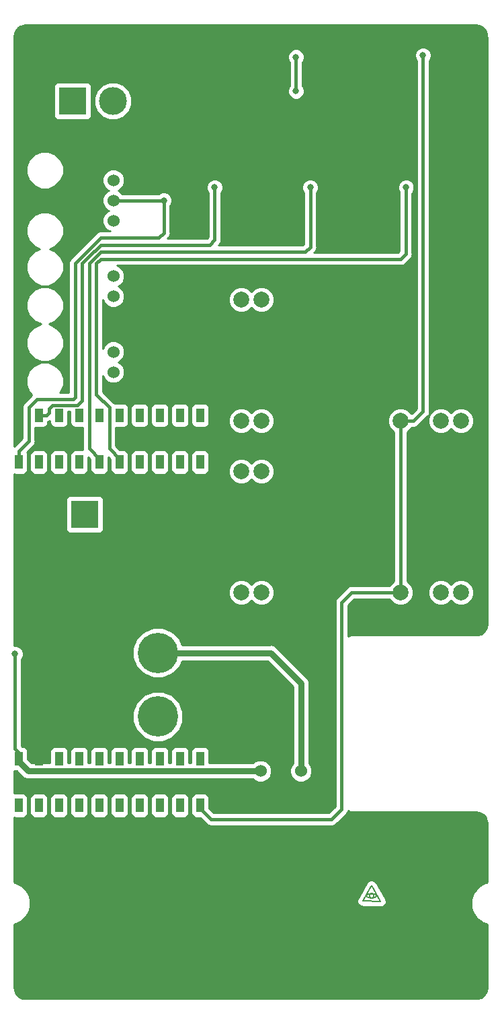
<source format=gbr>
G04 #@! TF.GenerationSoftware,KiCad,Pcbnew,(5.0.0)*
G04 #@! TF.CreationDate,2019-03-04T20:58:40-06:00*
G04 #@! TF.ProjectId,LightingBoard_Hardware,4C69676874696E67426F6172645F4861,rev?*
G04 #@! TF.SameCoordinates,Original*
G04 #@! TF.FileFunction,Copper,L2,Bot,Signal*
G04 #@! TF.FilePolarity,Positive*
%FSLAX46Y46*%
G04 Gerber Fmt 4.6, Leading zero omitted, Abs format (unit mm)*
G04 Created by KiCad (PCBNEW (5.0.0)) date 03/04/19 20:58:40*
%MOMM*%
%LPD*%
G01*
G04 APERTURE LIST*
G04 #@! TA.AperFunction,EtchedComponent*
%ADD10C,0.150000*%
G04 #@! TD*
G04 #@! TA.AperFunction,ComponentPad*
%ADD11C,2.000000*%
G04 #@! TD*
G04 #@! TA.AperFunction,SMDPad,CuDef*
%ADD12R,0.990600X1.778000*%
G04 #@! TD*
G04 #@! TA.AperFunction,ComponentPad*
%ADD13C,5.080000*%
G04 #@! TD*
G04 #@! TA.AperFunction,ComponentPad*
%ADD14C,1.524000*%
G04 #@! TD*
G04 #@! TA.AperFunction,ComponentPad*
%ADD15C,3.500000*%
G04 #@! TD*
G04 #@! TA.AperFunction,ComponentPad*
%ADD16R,3.500000X3.500000*%
G04 #@! TD*
G04 #@! TA.AperFunction,ViaPad*
%ADD17C,0.800000*%
G04 #@! TD*
G04 #@! TA.AperFunction,Conductor*
%ADD18C,0.762000*%
G04 #@! TD*
G04 #@! TA.AperFunction,Conductor*
%ADD19C,0.381000*%
G04 #@! TD*
G04 #@! TA.AperFunction,Conductor*
%ADD20C,0.254000*%
G04 #@! TD*
G04 APERTURE END LIST*
D10*
G04 #@! TO.C,G\002A\002A\002A*
X148346160Y-136022080D02*
X147193000Y-134056120D01*
X147193000Y-134056120D02*
X146095720Y-135991600D01*
X146095720Y-135991600D02*
X148336000Y-136011920D01*
X147478821Y-135351520D02*
G75*
G03X147478821Y-135351520I-260421J0D01*
G01*
X146482683Y-135350587D02*
G75*
G02X147944840Y-135351520I730637J-691813D01*
G01*
X147889280Y-135355767D02*
G75*
G02X146491960Y-135341360I-691200J730687D01*
G01*
G04 #@! TD*
D11*
G04 #@! TO.P,U2,13*
G04 #@! TO.N,/Headlight_V2+*
X130803116Y-75589000D03*
G04 #@! TO.P,U2,14*
X133343116Y-75589000D03*
G04 #@! TO.P,U2,12*
G04 #@! TO.N,/Headlight_V2-*
X130803116Y-60349000D03*
G04 #@! TO.P,U2,11*
X133343116Y-60349000D03*
G04 #@! TO.P,U2,21*
G04 #@! TO.N,Headlight_OnOff_PWM*
X150869116Y-75589000D03*
G04 #@! TO.P,U2,1*
G04 #@! TO.N,GND*
X158489116Y-60349000D03*
G04 #@! TO.P,U2,24*
G04 #@! TO.N,+12VA*
X158489116Y-75589000D03*
G04 #@! TO.P,U2,2*
G04 #@! TO.N,GND*
X155949116Y-60349000D03*
G04 #@! TO.P,U2,23*
G04 #@! TO.N,+12VA*
X155949116Y-75589000D03*
G04 #@! TD*
G04 #@! TO.P,U1,13*
G04 #@! TO.N,/Headlight_V1+*
X130803116Y-97179000D03*
G04 #@! TO.P,U1,14*
X133343116Y-97179000D03*
G04 #@! TO.P,U1,12*
G04 #@! TO.N,/Headlight_V1-*
X130803116Y-81939000D03*
G04 #@! TO.P,U1,11*
X133343116Y-81939000D03*
G04 #@! TO.P,U1,21*
G04 #@! TO.N,Headlight_OnOff_PWM*
X150869116Y-97179000D03*
G04 #@! TO.P,U1,1*
G04 #@! TO.N,GND*
X158489116Y-81939000D03*
G04 #@! TO.P,U1,24*
G04 #@! TO.N,+12VA*
X158489116Y-97179000D03*
G04 #@! TO.P,U1,2*
G04 #@! TO.N,GND*
X155949116Y-81939000D03*
G04 #@! TO.P,U1,23*
G04 #@! TO.N,+12VA*
X155949116Y-97179000D03*
G04 #@! TD*
D12*
G04 #@! TO.P,U3,PP2*
G04 #@! TO.N,Net-(U3-PadPP2)*
X125628001Y-74903601D03*
G04 #@! TO.P,U3,PN3*
G04 #@! TO.N,Net-(U3-PadPN3)*
X123088001Y-74903601D03*
G04 #@! TO.P,U3,PN2*
G04 #@! TO.N,Net-(U3-PadPN2)*
X120548001Y-74903601D03*
G04 #@! TO.P,U3,PD0*
G04 #@! TO.N,Net-(U3-PadPD0)*
X118008001Y-74903601D03*
G04 #@! TO.P,U3,PD1*
G04 #@! TO.N,Net-(U3-PadPD1)*
X115468001Y-74903601D03*
G04 #@! TO.P,U3,Rese*
G04 #@! TO.N,Net-(U3-PadRese)*
X112928001Y-74903601D03*
G04 #@! TO.P,U3,PH3*
G04 #@! TO.N,Net-(U3-PadPH3)*
X110388001Y-74903601D03*
G04 #@! TO.P,U3,PH2*
G04 #@! TO.N,Net-(U3-PadPH2)*
X107848001Y-74903601D03*
G04 #@! TO.P,U3,PM3*
G04 #@! TO.N,Headlight_Power*
X105308001Y-74903601D03*
G04 #@! TO.P,U3,GND*
G04 #@! TO.N,GND*
X102768001Y-74903601D03*
G04 #@! TO.P,U3,PL3*
G04 #@! TO.N,Net-(U3-PadPL3)*
X125628001Y-80796401D03*
G04 #@! TO.P,U3,PL2*
G04 #@! TO.N,Net-(U3-PadPL2)*
X123088001Y-80796401D03*
G04 #@! TO.P,U3,PL1*
G04 #@! TO.N,Net-(U3-PadPL1)*
X120548001Y-80796401D03*
G04 #@! TO.P,U3,PL0*
G04 #@! TO.N,Net-(U3-PadPL0)*
X118008001Y-80796401D03*
G04 #@! TO.P,U3,PL5*
G04 #@! TO.N,NeoPixel_Pattern*
X115468001Y-80796401D03*
G04 #@! TO.P,U3,PL4*
G04 #@! TO.N,NeoPixel_White*
X112928001Y-80796401D03*
G04 #@! TO.P,U3,PG0*
G04 #@! TO.N,Net-(U3-PadPG0)*
X110388001Y-80796401D03*
G04 #@! TO.P,U3,PF3*
G04 #@! TO.N,Net-(U3-PadPF3)*
X107848001Y-80796401D03*
G04 #@! TO.P,U3,PF2*
G04 #@! TO.N,Net-(U3-PadPF2)*
X105308001Y-80796401D03*
G04 #@! TO.P,U3,PF1*
G04 #@! TO.N,Dout_NeoPixel*
X102768001Y-80796401D03*
G04 #@! TO.P,U3,PB3*
G04 #@! TO.N,Headlight_OnOff_PWM*
X125628001Y-123976401D03*
G04 #@! TO.P,U3,PB2*
G04 #@! TO.N,Net-(U3-PadPB2)*
X123088001Y-123976401D03*
G04 #@! TO.P,U3,PC7*
G04 #@! TO.N,Net-(U3-PadPC7)*
X120548001Y-123976401D03*
G04 #@! TO.P,U3,PD3*
G04 #@! TO.N,Net-(U3-PadPD3)*
X118008001Y-123976401D03*
G04 #@! TO.P,U3,PE5*
G04 #@! TO.N,Net-(U3-PadPE5)*
X115468001Y-123976401D03*
G04 #@! TO.P,U3,PC6*
G04 #@! TO.N,Net-(U3-PadPC6)*
X112928001Y-123976401D03*
G04 #@! TO.P,U3,PC5*
G04 #@! TO.N,Net-(U3-PadPC5)*
X110388001Y-123976401D03*
G04 #@! TO.P,U3,PC4*
G04 #@! TO.N,Net-(U3-PadPC4)*
X107848001Y-123976401D03*
G04 #@! TO.P,U3,PE4*
G04 #@! TO.N,Net-(U3-PadPE4)*
X105308001Y-123976401D03*
G04 #@! TO.P,U3,+3V3*
G04 #@! TO.N,Net-(U3-Pad+3V3)*
X102768001Y-123976401D03*
G04 #@! TO.P,U3,PM5*
G04 #@! TO.N,Net-(U3-PadPM5)*
X125628001Y-118083601D03*
G04 #@! TO.P,U3,PM4*
G04 #@! TO.N,Net-(U3-PadPM4)*
X123088001Y-118083601D03*
G04 #@! TO.P,U3,PA6*
G04 #@! TO.N,Net-(U3-PadPA6)*
X120548001Y-118083601D03*
G04 #@! TO.P,U3,PD7*
G04 #@! TO.N,Net-(U3-PadPD7)*
X118008001Y-118083601D03*
G04 #@! TO.P,U3,PE3*
G04 #@! TO.N,Net-(U3-PadPE3)*
X115468001Y-118083601D03*
G04 #@! TO.P,U3,PE2*
G04 #@! TO.N,Net-(U3-PadPE2)*
X112928001Y-118083601D03*
G04 #@! TO.P,U3,PE1*
G04 #@! TO.N,Net-(U3-PadPE1)*
X110388001Y-118083601D03*
G04 #@! TO.P,U3,PE0*
G04 #@! TO.N,Net-(U3-PadPE0)*
X107848001Y-118083601D03*
G04 #@! TO.P,U3,GND*
G04 #@! TO.N,GND*
X105308001Y-118083601D03*
G04 #@! TO.P,U3,+5V*
G04 #@! TO.N,+5VL*
X102768001Y-118083601D03*
G04 #@! TD*
D13*
G04 #@! TO.P,Conn1,3*
G04 #@! TO.N,+12VA*
X120294400Y-112775000D03*
G04 #@! TO.P,Conn1,2*
G04 #@! TO.N,Net-(C2-Pad1)*
X120294400Y-104776000D03*
G04 #@! TO.P,Conn1,1*
G04 #@! TO.N,GND*
X120294400Y-96775000D03*
G04 #@! TD*
D14*
G04 #@! TO.P,Conn2,1*
G04 #@! TO.N,/Headlight_V1+*
X114681000Y-69469000D03*
G04 #@! TO.P,Conn2,2*
G04 #@! TO.N,/Headlight_V1-*
X114681000Y-66929000D03*
G04 #@! TD*
G04 #@! TO.P,Conn3,2*
G04 #@! TO.N,/Headlight_V2-*
X114681000Y-57404000D03*
G04 #@! TO.P,Conn3,1*
G04 #@! TO.N,/Headlight_V2+*
X114681000Y-59944000D03*
G04 #@! TD*
G04 #@! TO.P,U4,1*
G04 #@! TO.N,Net-(C2-Pad1)*
X138303000Y-119634000D03*
G04 #@! TO.P,U4,2*
G04 #@! TO.N,GND*
X135763000Y-119634000D03*
G04 #@! TO.P,U4,3*
G04 #@! TO.N,+5VL*
X133223000Y-119634000D03*
G04 #@! TD*
G04 #@! TO.P,Conn4,1*
G04 #@! TO.N,+5VA*
X114681000Y-50419000D03*
G04 #@! TO.P,Conn4,2*
G04 #@! TO.N,Dout_NeoPixel*
X114681000Y-47879000D03*
G04 #@! TO.P,Conn4,3*
G04 #@! TO.N,GNDA*
X114681000Y-45339000D03*
G04 #@! TD*
D15*
G04 #@! TO.P,+12VA,2*
G04 #@! TO.N,GND*
X116141500Y-87376000D03*
D16*
G04 #@! TO.P,+12VA,1*
G04 #@! TO.N,+12VA*
X111061500Y-87376000D03*
G04 #@! TD*
D15*
G04 #@! TO.P,+5VA,2*
G04 #@! TO.N,GNDA*
X114617500Y-35369500D03*
D16*
G04 #@! TO.P,+5VA,1*
G04 #@! TO.N,+5VA*
X109537500Y-35369500D03*
G04 #@! TD*
D17*
G04 #@! TO.N,GND*
X134620000Y-49784000D03*
X146685000Y-49784000D03*
X158750000Y-49784000D03*
X160398400Y-29842400D03*
X151892000Y-29845000D03*
X143383000Y-29845000D03*
G04 #@! TO.N,Dout_NeoPixel*
X121031000Y-47879000D03*
G04 #@! TO.N,+5VL*
X102298500Y-104902000D03*
X137693400Y-29845000D03*
X137693400Y-34137600D03*
G04 #@! TO.N,Headlight_Power*
X127444500Y-46228000D03*
G04 #@! TO.N,NeoPixel_White*
X139485000Y-46228000D03*
G04 #@! TO.N,NeoPixel_Pattern*
X151550000Y-46228000D03*
G04 #@! TO.N,Headlight_OnOff_PWM*
X153695400Y-29619000D03*
G04 #@! TD*
D18*
G04 #@! TO.N,Net-(C2-Pad1)*
X138303000Y-119634000D02*
X138303000Y-108585000D01*
X138303000Y-108585000D02*
X134493000Y-104775000D01*
X134492000Y-104776000D02*
X120294400Y-104776000D01*
X134493000Y-104775000D02*
X134492000Y-104776000D01*
D19*
G04 #@! TO.N,Dout_NeoPixel*
X102768001Y-80796401D02*
X102768001Y-80402701D01*
X121031000Y-47879000D02*
X114681000Y-47879000D01*
X102768001Y-79400001D02*
X102768001Y-80796401D01*
X109855000Y-72644000D02*
X109601000Y-72898000D01*
X109855000Y-72009000D02*
X109855000Y-72644000D01*
X109601000Y-72898000D02*
X105029000Y-72898000D01*
X105029000Y-72898000D02*
X104013000Y-73914000D01*
X104013000Y-73914000D02*
X104013000Y-78155002D01*
X104013000Y-78155002D02*
X102768001Y-79400001D01*
X109855000Y-72009000D02*
X109855000Y-60261500D01*
X109855000Y-55822315D02*
X109855000Y-56388000D01*
X109855000Y-60261500D02*
X109855000Y-55822315D01*
X109855000Y-55822315D02*
X109855000Y-55816500D01*
X109855000Y-55816500D02*
X113093500Y-52578000D01*
X113093500Y-52578000D02*
X120396000Y-52578000D01*
X120396000Y-52578000D02*
X121031000Y-51943000D01*
X121031000Y-51943000D02*
X121031000Y-47879000D01*
D18*
G04 #@! TO.N,+5VL*
X102768001Y-118477301D02*
X102768001Y-118083601D01*
X102768001Y-118477301D02*
X103924700Y-119634000D01*
X133223000Y-119634000D02*
X103924700Y-119634000D01*
D19*
X102768001Y-118083601D02*
X102768001Y-117309501D01*
X102768001Y-117309501D02*
X102298500Y-116840000D01*
X102298500Y-116840000D02*
X102298500Y-104902000D01*
X137693400Y-29845000D02*
X137693400Y-34137600D01*
X137693400Y-34137600D02*
X137693400Y-34137600D01*
G04 #@! TO.N,Headlight_Power*
X110744000Y-73025000D02*
X110744000Y-72009000D01*
X106198399Y-74903601D02*
X106553000Y-74549000D01*
X105308001Y-74903601D02*
X106198399Y-74903601D01*
X106553000Y-74549000D02*
X106553000Y-74041000D01*
X106553000Y-74041000D02*
X106969900Y-73624100D01*
X106969900Y-73624100D02*
X110144900Y-73624100D01*
X110144900Y-73624100D02*
X110744000Y-73025000D01*
X110744000Y-72009000D02*
X110744000Y-58991500D01*
X110744000Y-56388000D02*
X110744000Y-56388000D01*
X110744000Y-55822315D02*
X110744000Y-56388000D01*
X110744000Y-58991500D02*
X110744000Y-55822315D01*
X111511815Y-55054500D02*
X111511815Y-55048685D01*
X110744000Y-55822315D02*
X111511815Y-55054500D01*
X111511815Y-55048685D02*
X113093500Y-53467000D01*
X113093500Y-53467000D02*
X126809500Y-53467000D01*
X126809500Y-53467000D02*
X127444500Y-52832000D01*
X127444500Y-52832000D02*
X127444500Y-46228000D01*
G04 #@! TO.N,NeoPixel_White*
X112928001Y-80402701D02*
X111633000Y-79107700D01*
X112928001Y-80796401D02*
X112928001Y-80402701D01*
X111633000Y-79107700D02*
X111633000Y-72009000D01*
X111633000Y-72009000D02*
X111633000Y-57721500D01*
X111633000Y-55822315D02*
X111633000Y-56388000D01*
X111633000Y-57721500D02*
X111633000Y-55822315D01*
X111633000Y-57721500D02*
X111633000Y-57721500D01*
X111633000Y-56388000D02*
X111633000Y-56388000D01*
X112207125Y-55248190D02*
X112207125Y-55242375D01*
X111633000Y-55822315D02*
X112207125Y-55248190D01*
X112207125Y-55242375D02*
X113093500Y-54356000D01*
X139485000Y-46228000D02*
X139485000Y-53745500D01*
X139485000Y-53745500D02*
X138874500Y-54356000D01*
X138874500Y-54356000D02*
X113093500Y-54356000D01*
G04 #@! TO.N,NeoPixel_Pattern*
X112522000Y-72009000D02*
X112522000Y-72009000D01*
X112522000Y-56388000D02*
X112522000Y-56388000D01*
X112522000Y-56388000D02*
X112522000Y-56388000D01*
X112522000Y-72263000D02*
X114173000Y-73914000D01*
X115468001Y-80402701D02*
X115468001Y-80796401D01*
X112522000Y-55816500D02*
X112522000Y-72263000D01*
X151550000Y-46793685D02*
X151511000Y-46832685D01*
X114173000Y-73914000D02*
X114173000Y-79107700D01*
X151550000Y-46228000D02*
X151550000Y-46793685D01*
X151511000Y-46832685D02*
X151511000Y-54610000D01*
X114173000Y-79107700D02*
X115468001Y-80402701D01*
X151511000Y-54610000D02*
X150876000Y-55245000D01*
X150876000Y-55245000D02*
X113093500Y-55245000D01*
X113093500Y-55245000D02*
X112522000Y-55816500D01*
G04 #@! TO.N,Headlight_OnOff_PWM*
X125628001Y-124370101D02*
X126987900Y-125730000D01*
X125628001Y-123976401D02*
X125628001Y-124370101D01*
X126987900Y-125730000D02*
X142176500Y-125730000D01*
X142176500Y-125730000D02*
X143446500Y-124460000D01*
X143446500Y-124460000D02*
X143446500Y-98425000D01*
X143446500Y-98425000D02*
X144716500Y-97155000D01*
X144740500Y-97179000D02*
X150869116Y-97179000D01*
X144716500Y-97155000D02*
X144740500Y-97179000D01*
X150869116Y-77003213D02*
X150869116Y-97179000D01*
X150869116Y-75589000D02*
X150869116Y-77003213D01*
X152503000Y-75589000D02*
X150869116Y-75589000D01*
X153695400Y-29619000D02*
X153695400Y-74396600D01*
X153695400Y-74396600D02*
X152503000Y-75589000D01*
G04 #@! TO.N,Net-(U3-PadPD0)*
X118008001Y-74903601D02*
X118008001Y-75297301D01*
G04 #@! TD*
D20*
G04 #@! TO.N,GND*
G36*
X160770009Y-25902090D02*
X161109352Y-26056381D01*
X161391752Y-26299712D01*
X161594506Y-26612523D01*
X161708348Y-26993184D01*
X161724952Y-27216617D01*
X161748401Y-27323268D01*
X161748400Y-101168419D01*
X161688310Y-101588009D01*
X161534019Y-101927352D01*
X161290688Y-102209752D01*
X160977879Y-102412506D01*
X160597215Y-102526348D01*
X160400049Y-102541000D01*
X144748326Y-102541000D01*
X144678400Y-102527091D01*
X144608475Y-102541000D01*
X144608474Y-102541000D01*
X144401372Y-102582195D01*
X144272000Y-102668639D01*
X144272000Y-98766932D01*
X145034433Y-98004500D01*
X149441338Y-98004500D01*
X149483030Y-98105153D01*
X149942963Y-98565086D01*
X150543894Y-98814000D01*
X151194338Y-98814000D01*
X151795269Y-98565086D01*
X152255202Y-98105153D01*
X152504116Y-97504222D01*
X152504116Y-96853778D01*
X154314116Y-96853778D01*
X154314116Y-97504222D01*
X154563030Y-98105153D01*
X155022963Y-98565086D01*
X155623894Y-98814000D01*
X156274338Y-98814000D01*
X156875269Y-98565086D01*
X157219116Y-98221239D01*
X157562963Y-98565086D01*
X158163894Y-98814000D01*
X158814338Y-98814000D01*
X159415269Y-98565086D01*
X159875202Y-98105153D01*
X160124116Y-97504222D01*
X160124116Y-96853778D01*
X159875202Y-96252847D01*
X159415269Y-95792914D01*
X158814338Y-95544000D01*
X158163894Y-95544000D01*
X157562963Y-95792914D01*
X157219116Y-96136761D01*
X156875269Y-95792914D01*
X156274338Y-95544000D01*
X155623894Y-95544000D01*
X155022963Y-95792914D01*
X154563030Y-96252847D01*
X154314116Y-96853778D01*
X152504116Y-96853778D01*
X152255202Y-96252847D01*
X151795269Y-95792914D01*
X151694616Y-95751222D01*
X151694616Y-77016778D01*
X151795269Y-76975086D01*
X152255202Y-76515153D01*
X152296894Y-76414500D01*
X152421699Y-76414500D01*
X152503000Y-76430672D01*
X152584301Y-76414500D01*
X152584303Y-76414500D01*
X152825094Y-76366604D01*
X153098152Y-76184152D01*
X153144209Y-76115223D01*
X153995654Y-75263778D01*
X154314116Y-75263778D01*
X154314116Y-75914222D01*
X154563030Y-76515153D01*
X155022963Y-76975086D01*
X155623894Y-77224000D01*
X156274338Y-77224000D01*
X156875269Y-76975086D01*
X157219116Y-76631239D01*
X157562963Y-76975086D01*
X158163894Y-77224000D01*
X158814338Y-77224000D01*
X159415269Y-76975086D01*
X159875202Y-76515153D01*
X160124116Y-75914222D01*
X160124116Y-75263778D01*
X159875202Y-74662847D01*
X159415269Y-74202914D01*
X158814338Y-73954000D01*
X158163894Y-73954000D01*
X157562963Y-74202914D01*
X157219116Y-74546761D01*
X156875269Y-74202914D01*
X156274338Y-73954000D01*
X155623894Y-73954000D01*
X155022963Y-74202914D01*
X154563030Y-74662847D01*
X154314116Y-75263778D01*
X153995654Y-75263778D01*
X154221626Y-75037807D01*
X154290552Y-74991752D01*
X154473004Y-74718694D01*
X154520900Y-74477903D01*
X154520900Y-74477899D01*
X154537071Y-74396601D01*
X154520900Y-74315303D01*
X154520900Y-30257211D01*
X154572831Y-30205280D01*
X154730400Y-29824874D01*
X154730400Y-29413126D01*
X154572831Y-29032720D01*
X154281680Y-28741569D01*
X153901274Y-28584000D01*
X153489526Y-28584000D01*
X153109120Y-28741569D01*
X152817969Y-29032720D01*
X152660400Y-29413126D01*
X152660400Y-29824874D01*
X152817969Y-30205280D01*
X152869900Y-30257211D01*
X152869901Y-74054666D01*
X152257111Y-74667456D01*
X152255202Y-74662847D01*
X151795269Y-74202914D01*
X151194338Y-73954000D01*
X150543894Y-73954000D01*
X149942963Y-74202914D01*
X149483030Y-74662847D01*
X149234116Y-75263778D01*
X149234116Y-75914222D01*
X149483030Y-76515153D01*
X149942963Y-76975086D01*
X150043616Y-77016778D01*
X150043617Y-95751222D01*
X149942963Y-95792914D01*
X149483030Y-96252847D01*
X149441338Y-96353500D01*
X144918457Y-96353500D01*
X144716500Y-96313328D01*
X144458474Y-96364653D01*
X144394405Y-96377397D01*
X144190273Y-96513794D01*
X144190269Y-96513798D01*
X144121349Y-96559849D01*
X144075297Y-96628770D01*
X142920275Y-97783793D01*
X142851349Y-97829848D01*
X142805294Y-97898774D01*
X142668897Y-98102906D01*
X142604828Y-98425000D01*
X142621001Y-98506306D01*
X142621000Y-124118067D01*
X141834568Y-124904500D01*
X127329833Y-124904500D01*
X126770741Y-124345409D01*
X126770741Y-123087401D01*
X126721458Y-122839636D01*
X126581110Y-122629592D01*
X126371066Y-122489244D01*
X126123301Y-122439961D01*
X125132701Y-122439961D01*
X124884936Y-122489244D01*
X124674892Y-122629592D01*
X124534544Y-122839636D01*
X124485261Y-123087401D01*
X124485261Y-124865401D01*
X124534544Y-125113166D01*
X124674892Y-125323210D01*
X124884936Y-125463558D01*
X125132701Y-125512841D01*
X125603309Y-125512841D01*
X126346693Y-126256226D01*
X126392748Y-126325152D01*
X126461673Y-126371206D01*
X126665806Y-126507604D01*
X126987900Y-126571672D01*
X127069203Y-126555500D01*
X142095199Y-126555500D01*
X142176500Y-126571672D01*
X142257801Y-126555500D01*
X142257803Y-126555500D01*
X142498594Y-126507604D01*
X142771652Y-126325152D01*
X142817709Y-126256223D01*
X143972726Y-125101207D01*
X144041652Y-125055152D01*
X144224104Y-124782094D01*
X144250921Y-124647276D01*
X144401372Y-124747805D01*
X144560971Y-124779551D01*
X144678400Y-124802909D01*
X144748325Y-124789000D01*
X160375819Y-124789000D01*
X160795409Y-124849090D01*
X161134752Y-125003381D01*
X161417152Y-125246712D01*
X161619906Y-125559523D01*
X161733748Y-125940184D01*
X161748401Y-126137363D01*
X161748400Y-133628281D01*
X161662891Y-133654423D01*
X161570433Y-133681460D01*
X161562559Y-133685098D01*
X161041044Y-133929948D01*
X160960475Y-133982872D01*
X160879327Y-134034768D01*
X160872790Y-134040470D01*
X160440958Y-134421851D01*
X160378496Y-134495244D01*
X160315160Y-134567847D01*
X160310487Y-134575154D01*
X160003054Y-135062407D01*
X159963698Y-135150387D01*
X159923289Y-135237840D01*
X159920857Y-135246160D01*
X159920854Y-135246166D01*
X159920853Y-135246173D01*
X159762534Y-135800118D01*
X159749456Y-135895586D01*
X159735213Y-135990890D01*
X159735213Y-135999564D01*
X159738733Y-136575687D01*
X159752988Y-136671068D01*
X159766054Y-136766455D01*
X159768488Y-136774781D01*
X159933564Y-137326758D01*
X159973991Y-137414250D01*
X160013330Y-137502194D01*
X160018003Y-137509501D01*
X160331366Y-137992961D01*
X160394728Y-138065594D01*
X160457163Y-138138955D01*
X160463696Y-138144654D01*
X160463700Y-138144658D01*
X160463705Y-138144661D01*
X160900159Y-138520734D01*
X160981342Y-138572653D01*
X161061875Y-138625554D01*
X161069746Y-138629190D01*
X161069749Y-138629192D01*
X161069752Y-138629193D01*
X161594217Y-138867653D01*
X161686709Y-138894700D01*
X161748401Y-138913561D01*
X161748400Y-146888418D01*
X161688310Y-147308009D01*
X161534019Y-147647352D01*
X161290688Y-147929752D01*
X160977879Y-148132506D01*
X160597215Y-148246348D01*
X160400049Y-148261000D01*
X103580981Y-148261000D01*
X103161391Y-148200910D01*
X102822048Y-148046619D01*
X102539648Y-147803288D01*
X102336894Y-147490479D01*
X102223052Y-147109815D01*
X102208400Y-146912649D01*
X102208400Y-138913719D01*
X102293909Y-138887577D01*
X102386367Y-138860540D01*
X102394241Y-138856902D01*
X102915756Y-138612052D01*
X102996325Y-138559128D01*
X103077473Y-138507232D01*
X103084010Y-138501530D01*
X103515842Y-138120149D01*
X103578287Y-138046776D01*
X103641640Y-137974153D01*
X103646313Y-137966846D01*
X103953746Y-137479593D01*
X103993087Y-137391645D01*
X104033511Y-137304160D01*
X104035945Y-137295835D01*
X104194266Y-136741882D01*
X104207343Y-136646421D01*
X104221587Y-136551111D01*
X104221587Y-136542436D01*
X104218182Y-135985035D01*
X145371841Y-135985035D01*
X145390595Y-136084001D01*
X145397971Y-136184445D01*
X145416677Y-136221639D01*
X145424430Y-136262550D01*
X145479627Y-136346802D01*
X145524882Y-136436783D01*
X145556401Y-136463990D01*
X145579218Y-136498817D01*
X145662454Y-136555532D01*
X145738699Y-136621345D01*
X145778229Y-136634418D01*
X145812638Y-136657864D01*
X145911243Y-136678409D01*
X146006869Y-136710035D01*
X146118527Y-136701836D01*
X148158969Y-136720343D01*
X148163615Y-136722595D01*
X148445586Y-136739128D01*
X148606320Y-136683329D01*
X148606950Y-136683210D01*
X148607272Y-136682999D01*
X148712420Y-136646497D01*
X148923494Y-136458804D01*
X149046675Y-136204624D01*
X149056692Y-136033779D01*
X149059879Y-136018485D01*
X149058130Y-136009256D01*
X149063208Y-135922653D01*
X149015886Y-135786335D01*
X149007289Y-135740970D01*
X148979675Y-135698820D01*
X147817002Y-133716642D01*
X147763838Y-133610937D01*
X147692419Y-133549290D01*
X147629725Y-133478785D01*
X147586433Y-133457805D01*
X147550021Y-133426375D01*
X147460450Y-133396752D01*
X147375544Y-133355605D01*
X147327521Y-133352789D01*
X147281851Y-133337685D01*
X147187760Y-133344594D01*
X147093574Y-133339072D01*
X147048129Y-133354848D01*
X147000154Y-133358371D01*
X146915867Y-133400763D01*
X146826740Y-133431703D01*
X146790793Y-133463668D01*
X146747816Y-133485283D01*
X146686169Y-133556702D01*
X146615665Y-133619395D01*
X146564066Y-133725870D01*
X145492500Y-135615993D01*
X145429456Y-135708518D01*
X145408911Y-135807122D01*
X145377285Y-135902749D01*
X145380334Y-135944273D01*
X145371841Y-135985035D01*
X104218182Y-135985035D01*
X104218067Y-135966313D01*
X104203814Y-135870943D01*
X104190746Y-135775544D01*
X104188312Y-135767219D01*
X104023236Y-135215241D01*
X103982818Y-135127769D01*
X103943471Y-135039806D01*
X103938797Y-135032499D01*
X103625434Y-134549040D01*
X103562107Y-134476447D01*
X103499637Y-134403045D01*
X103493100Y-134397343D01*
X103056641Y-134021266D01*
X102975458Y-133969347D01*
X102894925Y-133916446D01*
X102887054Y-133912810D01*
X102887051Y-133912808D01*
X102887048Y-133912807D01*
X102362583Y-133674347D01*
X102270091Y-133647300D01*
X102208400Y-133628439D01*
X102208400Y-125500051D01*
X102272701Y-125512841D01*
X103263301Y-125512841D01*
X103511066Y-125463558D01*
X103721110Y-125323210D01*
X103861458Y-125113166D01*
X103910741Y-124865401D01*
X103910741Y-123087401D01*
X104165261Y-123087401D01*
X104165261Y-124865401D01*
X104214544Y-125113166D01*
X104354892Y-125323210D01*
X104564936Y-125463558D01*
X104812701Y-125512841D01*
X105803301Y-125512841D01*
X106051066Y-125463558D01*
X106261110Y-125323210D01*
X106401458Y-125113166D01*
X106450741Y-124865401D01*
X106450741Y-123087401D01*
X106705261Y-123087401D01*
X106705261Y-124865401D01*
X106754544Y-125113166D01*
X106894892Y-125323210D01*
X107104936Y-125463558D01*
X107352701Y-125512841D01*
X108343301Y-125512841D01*
X108591066Y-125463558D01*
X108801110Y-125323210D01*
X108941458Y-125113166D01*
X108990741Y-124865401D01*
X108990741Y-123087401D01*
X109245261Y-123087401D01*
X109245261Y-124865401D01*
X109294544Y-125113166D01*
X109434892Y-125323210D01*
X109644936Y-125463558D01*
X109892701Y-125512841D01*
X110883301Y-125512841D01*
X111131066Y-125463558D01*
X111341110Y-125323210D01*
X111481458Y-125113166D01*
X111530741Y-124865401D01*
X111530741Y-123087401D01*
X111785261Y-123087401D01*
X111785261Y-124865401D01*
X111834544Y-125113166D01*
X111974892Y-125323210D01*
X112184936Y-125463558D01*
X112432701Y-125512841D01*
X113423301Y-125512841D01*
X113671066Y-125463558D01*
X113881110Y-125323210D01*
X114021458Y-125113166D01*
X114070741Y-124865401D01*
X114070741Y-123087401D01*
X114325261Y-123087401D01*
X114325261Y-124865401D01*
X114374544Y-125113166D01*
X114514892Y-125323210D01*
X114724936Y-125463558D01*
X114972701Y-125512841D01*
X115963301Y-125512841D01*
X116211066Y-125463558D01*
X116421110Y-125323210D01*
X116561458Y-125113166D01*
X116610741Y-124865401D01*
X116610741Y-123087401D01*
X116865261Y-123087401D01*
X116865261Y-124865401D01*
X116914544Y-125113166D01*
X117054892Y-125323210D01*
X117264936Y-125463558D01*
X117512701Y-125512841D01*
X118503301Y-125512841D01*
X118751066Y-125463558D01*
X118961110Y-125323210D01*
X119101458Y-125113166D01*
X119150741Y-124865401D01*
X119150741Y-123087401D01*
X119405261Y-123087401D01*
X119405261Y-124865401D01*
X119454544Y-125113166D01*
X119594892Y-125323210D01*
X119804936Y-125463558D01*
X120052701Y-125512841D01*
X121043301Y-125512841D01*
X121291066Y-125463558D01*
X121501110Y-125323210D01*
X121641458Y-125113166D01*
X121690741Y-124865401D01*
X121690741Y-123087401D01*
X121945261Y-123087401D01*
X121945261Y-124865401D01*
X121994544Y-125113166D01*
X122134892Y-125323210D01*
X122344936Y-125463558D01*
X122592701Y-125512841D01*
X123583301Y-125512841D01*
X123831066Y-125463558D01*
X124041110Y-125323210D01*
X124181458Y-125113166D01*
X124230741Y-124865401D01*
X124230741Y-123087401D01*
X124181458Y-122839636D01*
X124041110Y-122629592D01*
X123831066Y-122489244D01*
X123583301Y-122439961D01*
X122592701Y-122439961D01*
X122344936Y-122489244D01*
X122134892Y-122629592D01*
X121994544Y-122839636D01*
X121945261Y-123087401D01*
X121690741Y-123087401D01*
X121641458Y-122839636D01*
X121501110Y-122629592D01*
X121291066Y-122489244D01*
X121043301Y-122439961D01*
X120052701Y-122439961D01*
X119804936Y-122489244D01*
X119594892Y-122629592D01*
X119454544Y-122839636D01*
X119405261Y-123087401D01*
X119150741Y-123087401D01*
X119101458Y-122839636D01*
X118961110Y-122629592D01*
X118751066Y-122489244D01*
X118503301Y-122439961D01*
X117512701Y-122439961D01*
X117264936Y-122489244D01*
X117054892Y-122629592D01*
X116914544Y-122839636D01*
X116865261Y-123087401D01*
X116610741Y-123087401D01*
X116561458Y-122839636D01*
X116421110Y-122629592D01*
X116211066Y-122489244D01*
X115963301Y-122439961D01*
X114972701Y-122439961D01*
X114724936Y-122489244D01*
X114514892Y-122629592D01*
X114374544Y-122839636D01*
X114325261Y-123087401D01*
X114070741Y-123087401D01*
X114021458Y-122839636D01*
X113881110Y-122629592D01*
X113671066Y-122489244D01*
X113423301Y-122439961D01*
X112432701Y-122439961D01*
X112184936Y-122489244D01*
X111974892Y-122629592D01*
X111834544Y-122839636D01*
X111785261Y-123087401D01*
X111530741Y-123087401D01*
X111481458Y-122839636D01*
X111341110Y-122629592D01*
X111131066Y-122489244D01*
X110883301Y-122439961D01*
X109892701Y-122439961D01*
X109644936Y-122489244D01*
X109434892Y-122629592D01*
X109294544Y-122839636D01*
X109245261Y-123087401D01*
X108990741Y-123087401D01*
X108941458Y-122839636D01*
X108801110Y-122629592D01*
X108591066Y-122489244D01*
X108343301Y-122439961D01*
X107352701Y-122439961D01*
X107104936Y-122489244D01*
X106894892Y-122629592D01*
X106754544Y-122839636D01*
X106705261Y-123087401D01*
X106450741Y-123087401D01*
X106401458Y-122839636D01*
X106261110Y-122629592D01*
X106051066Y-122489244D01*
X105803301Y-122439961D01*
X104812701Y-122439961D01*
X104564936Y-122489244D01*
X104354892Y-122629592D01*
X104214544Y-122839636D01*
X104165261Y-123087401D01*
X103910741Y-123087401D01*
X103861458Y-122839636D01*
X103721110Y-122629592D01*
X103511066Y-122489244D01*
X103263301Y-122439961D01*
X102272701Y-122439961D01*
X102208400Y-122452751D01*
X102208400Y-119607251D01*
X102272701Y-119620041D01*
X102473901Y-119620041D01*
X103135522Y-120281663D01*
X103192205Y-120366495D01*
X103434075Y-120528107D01*
X103528275Y-120591050D01*
X103528276Y-120591050D01*
X103528277Y-120591051D01*
X103824635Y-120650000D01*
X103924699Y-120669904D01*
X104024763Y-120650000D01*
X132263343Y-120650000D01*
X132431663Y-120818320D01*
X132945119Y-121031000D01*
X133500881Y-121031000D01*
X134014337Y-120818320D01*
X134407320Y-120425337D01*
X134620000Y-119911881D01*
X134620000Y-119356119D01*
X134407320Y-118842663D01*
X134014337Y-118449680D01*
X133500881Y-118237000D01*
X132945119Y-118237000D01*
X132431663Y-118449680D01*
X132263343Y-118618000D01*
X126770741Y-118618000D01*
X126770741Y-117194601D01*
X126721458Y-116946836D01*
X126581110Y-116736792D01*
X126371066Y-116596444D01*
X126123301Y-116547161D01*
X125132701Y-116547161D01*
X124884936Y-116596444D01*
X124674892Y-116736792D01*
X124534544Y-116946836D01*
X124485261Y-117194601D01*
X124485261Y-118618000D01*
X124230741Y-118618000D01*
X124230741Y-117194601D01*
X124181458Y-116946836D01*
X124041110Y-116736792D01*
X123831066Y-116596444D01*
X123583301Y-116547161D01*
X122592701Y-116547161D01*
X122344936Y-116596444D01*
X122134892Y-116736792D01*
X121994544Y-116946836D01*
X121945261Y-117194601D01*
X121945261Y-118618000D01*
X121690741Y-118618000D01*
X121690741Y-117194601D01*
X121641458Y-116946836D01*
X121501110Y-116736792D01*
X121291066Y-116596444D01*
X121043301Y-116547161D01*
X120052701Y-116547161D01*
X119804936Y-116596444D01*
X119594892Y-116736792D01*
X119454544Y-116946836D01*
X119405261Y-117194601D01*
X119405261Y-118618000D01*
X119150741Y-118618000D01*
X119150741Y-117194601D01*
X119101458Y-116946836D01*
X118961110Y-116736792D01*
X118751066Y-116596444D01*
X118503301Y-116547161D01*
X117512701Y-116547161D01*
X117264936Y-116596444D01*
X117054892Y-116736792D01*
X116914544Y-116946836D01*
X116865261Y-117194601D01*
X116865261Y-118618000D01*
X116610741Y-118618000D01*
X116610741Y-117194601D01*
X116561458Y-116946836D01*
X116421110Y-116736792D01*
X116211066Y-116596444D01*
X115963301Y-116547161D01*
X114972701Y-116547161D01*
X114724936Y-116596444D01*
X114514892Y-116736792D01*
X114374544Y-116946836D01*
X114325261Y-117194601D01*
X114325261Y-118618000D01*
X114070741Y-118618000D01*
X114070741Y-117194601D01*
X114021458Y-116946836D01*
X113881110Y-116736792D01*
X113671066Y-116596444D01*
X113423301Y-116547161D01*
X112432701Y-116547161D01*
X112184936Y-116596444D01*
X111974892Y-116736792D01*
X111834544Y-116946836D01*
X111785261Y-117194601D01*
X111785261Y-118618000D01*
X111530741Y-118618000D01*
X111530741Y-117194601D01*
X111481458Y-116946836D01*
X111341110Y-116736792D01*
X111131066Y-116596444D01*
X110883301Y-116547161D01*
X109892701Y-116547161D01*
X109644936Y-116596444D01*
X109434892Y-116736792D01*
X109294544Y-116946836D01*
X109245261Y-117194601D01*
X109245261Y-118618000D01*
X108990741Y-118618000D01*
X108990741Y-117194601D01*
X108941458Y-116946836D01*
X108801110Y-116736792D01*
X108591066Y-116596444D01*
X108343301Y-116547161D01*
X107352701Y-116547161D01*
X107104936Y-116596444D01*
X106894892Y-116736792D01*
X106754544Y-116946836D01*
X106705261Y-117194601D01*
X106705261Y-118618000D01*
X104345541Y-118618000D01*
X103910741Y-118183201D01*
X103910741Y-117194601D01*
X103861458Y-116946836D01*
X103721110Y-116736792D01*
X103511066Y-116596444D01*
X103263301Y-116547161D01*
X103173093Y-116547161D01*
X103124000Y-116498068D01*
X103124000Y-112143453D01*
X117119400Y-112143453D01*
X117119400Y-113406547D01*
X117602765Y-114573493D01*
X118495907Y-115466635D01*
X119662853Y-115950000D01*
X120925947Y-115950000D01*
X122092893Y-115466635D01*
X122986035Y-114573493D01*
X123469400Y-113406547D01*
X123469400Y-112143453D01*
X122986035Y-110976507D01*
X122092893Y-110083365D01*
X120925947Y-109600000D01*
X119662853Y-109600000D01*
X118495907Y-110083365D01*
X117602765Y-110976507D01*
X117119400Y-112143453D01*
X103124000Y-112143453D01*
X103124000Y-105540211D01*
X103175931Y-105488280D01*
X103333500Y-105107874D01*
X103333500Y-104696126D01*
X103175931Y-104315720D01*
X103004664Y-104144453D01*
X117119400Y-104144453D01*
X117119400Y-105407547D01*
X117602765Y-106574493D01*
X118495907Y-107467635D01*
X119662853Y-107951000D01*
X120925947Y-107951000D01*
X122092893Y-107467635D01*
X122986035Y-106574493D01*
X123310154Y-105792000D01*
X134073160Y-105792000D01*
X137287001Y-109005842D01*
X137287000Y-118674343D01*
X137118680Y-118842663D01*
X136906000Y-119356119D01*
X136906000Y-119911881D01*
X137118680Y-120425337D01*
X137511663Y-120818320D01*
X138025119Y-121031000D01*
X138580881Y-121031000D01*
X139094337Y-120818320D01*
X139487320Y-120425337D01*
X139700000Y-119911881D01*
X139700000Y-119356119D01*
X139487320Y-118842663D01*
X139319000Y-118674343D01*
X139319000Y-108685064D01*
X139338904Y-108585000D01*
X139319000Y-108484935D01*
X139260051Y-108188577D01*
X139035495Y-107852505D01*
X138950663Y-107795822D01*
X135282175Y-104127335D01*
X135225494Y-104042506D01*
X135140664Y-103985824D01*
X135140663Y-103985823D01*
X134889423Y-103817950D01*
X134493000Y-103739096D01*
X134492999Y-103739096D01*
X134387908Y-103760000D01*
X123310154Y-103760000D01*
X122986035Y-102977507D01*
X122092893Y-102084365D01*
X120925947Y-101601000D01*
X119662853Y-101601000D01*
X118495907Y-102084365D01*
X117602765Y-102977507D01*
X117119400Y-104144453D01*
X103004664Y-104144453D01*
X102884780Y-104024569D01*
X102504374Y-103867000D01*
X102208400Y-103867000D01*
X102208400Y-96853778D01*
X129168116Y-96853778D01*
X129168116Y-97504222D01*
X129417030Y-98105153D01*
X129876963Y-98565086D01*
X130477894Y-98814000D01*
X131128338Y-98814000D01*
X131729269Y-98565086D01*
X132073116Y-98221239D01*
X132416963Y-98565086D01*
X133017894Y-98814000D01*
X133668338Y-98814000D01*
X134269269Y-98565086D01*
X134729202Y-98105153D01*
X134978116Y-97504222D01*
X134978116Y-96853778D01*
X134729202Y-96252847D01*
X134269269Y-95792914D01*
X133668338Y-95544000D01*
X133017894Y-95544000D01*
X132416963Y-95792914D01*
X132073116Y-96136761D01*
X131729269Y-95792914D01*
X131128338Y-95544000D01*
X130477894Y-95544000D01*
X129876963Y-95792914D01*
X129417030Y-96252847D01*
X129168116Y-96853778D01*
X102208400Y-96853778D01*
X102208400Y-85626000D01*
X108664060Y-85626000D01*
X108664060Y-89126000D01*
X108713343Y-89373765D01*
X108853691Y-89583809D01*
X109063735Y-89724157D01*
X109311500Y-89773440D01*
X112811500Y-89773440D01*
X113059265Y-89724157D01*
X113269309Y-89583809D01*
X113409657Y-89373765D01*
X113458940Y-89126000D01*
X113458940Y-85626000D01*
X113409657Y-85378235D01*
X113269309Y-85168191D01*
X113059265Y-85027843D01*
X112811500Y-84978560D01*
X109311500Y-84978560D01*
X109063735Y-85027843D01*
X108853691Y-85168191D01*
X108713343Y-85378235D01*
X108664060Y-85626000D01*
X102208400Y-85626000D01*
X102208400Y-82320051D01*
X102272701Y-82332841D01*
X103263301Y-82332841D01*
X103511066Y-82283558D01*
X103721110Y-82143210D01*
X103861458Y-81933166D01*
X103910741Y-81685401D01*
X103910741Y-79907401D01*
X104165261Y-79907401D01*
X104165261Y-81685401D01*
X104214544Y-81933166D01*
X104354892Y-82143210D01*
X104564936Y-82283558D01*
X104812701Y-82332841D01*
X105803301Y-82332841D01*
X106051066Y-82283558D01*
X106261110Y-82143210D01*
X106401458Y-81933166D01*
X106450741Y-81685401D01*
X106450741Y-79907401D01*
X106705261Y-79907401D01*
X106705261Y-81685401D01*
X106754544Y-81933166D01*
X106894892Y-82143210D01*
X107104936Y-82283558D01*
X107352701Y-82332841D01*
X108343301Y-82332841D01*
X108591066Y-82283558D01*
X108801110Y-82143210D01*
X108941458Y-81933166D01*
X108990741Y-81685401D01*
X108990741Y-79907401D01*
X108941458Y-79659636D01*
X108801110Y-79449592D01*
X108591066Y-79309244D01*
X108343301Y-79259961D01*
X107352701Y-79259961D01*
X107104936Y-79309244D01*
X106894892Y-79449592D01*
X106754544Y-79659636D01*
X106705261Y-79907401D01*
X106450741Y-79907401D01*
X106401458Y-79659636D01*
X106261110Y-79449592D01*
X106051066Y-79309244D01*
X105803301Y-79259961D01*
X104812701Y-79259961D01*
X104564936Y-79309244D01*
X104354892Y-79449592D01*
X104214544Y-79659636D01*
X104165261Y-79907401D01*
X103910741Y-79907401D01*
X103861458Y-79659636D01*
X103787093Y-79548342D01*
X104539229Y-78796207D01*
X104608152Y-78750154D01*
X104790604Y-78477096D01*
X104838500Y-78236305D01*
X104838500Y-78236301D01*
X104854671Y-78155003D01*
X104838500Y-78073705D01*
X104838500Y-76440041D01*
X105803301Y-76440041D01*
X106051066Y-76390758D01*
X106261110Y-76250410D01*
X106401458Y-76040366D01*
X106450741Y-75792601D01*
X106450741Y-75695079D01*
X106520493Y-75681205D01*
X106705261Y-75557747D01*
X106705261Y-75792601D01*
X106754544Y-76040366D01*
X106894892Y-76250410D01*
X107104936Y-76390758D01*
X107352701Y-76440041D01*
X108343301Y-76440041D01*
X108591066Y-76390758D01*
X108801110Y-76250410D01*
X108941458Y-76040366D01*
X108990741Y-75792601D01*
X108990741Y-74449600D01*
X109245261Y-74449600D01*
X109245261Y-75792601D01*
X109294544Y-76040366D01*
X109434892Y-76250410D01*
X109644936Y-76390758D01*
X109892701Y-76440041D01*
X110807500Y-76440041D01*
X110807500Y-79026398D01*
X110791328Y-79107700D01*
X110807500Y-79189001D01*
X110807500Y-79189002D01*
X110821615Y-79259961D01*
X109892701Y-79259961D01*
X109644936Y-79309244D01*
X109434892Y-79449592D01*
X109294544Y-79659636D01*
X109245261Y-79907401D01*
X109245261Y-81685401D01*
X109294544Y-81933166D01*
X109434892Y-82143210D01*
X109644936Y-82283558D01*
X109892701Y-82332841D01*
X110883301Y-82332841D01*
X111131066Y-82283558D01*
X111341110Y-82143210D01*
X111481458Y-81933166D01*
X111530741Y-81685401D01*
X111530741Y-80172873D01*
X111785261Y-80427394D01*
X111785261Y-81685401D01*
X111834544Y-81933166D01*
X111974892Y-82143210D01*
X112184936Y-82283558D01*
X112432701Y-82332841D01*
X113423301Y-82332841D01*
X113671066Y-82283558D01*
X113881110Y-82143210D01*
X114021458Y-81933166D01*
X114070741Y-81685401D01*
X114070741Y-80172873D01*
X114325261Y-80427394D01*
X114325261Y-81685401D01*
X114374544Y-81933166D01*
X114514892Y-82143210D01*
X114724936Y-82283558D01*
X114972701Y-82332841D01*
X115963301Y-82332841D01*
X116211066Y-82283558D01*
X116421110Y-82143210D01*
X116561458Y-81933166D01*
X116610741Y-81685401D01*
X116610741Y-79907401D01*
X116865261Y-79907401D01*
X116865261Y-81685401D01*
X116914544Y-81933166D01*
X117054892Y-82143210D01*
X117264936Y-82283558D01*
X117512701Y-82332841D01*
X118503301Y-82332841D01*
X118751066Y-82283558D01*
X118961110Y-82143210D01*
X119101458Y-81933166D01*
X119150741Y-81685401D01*
X119150741Y-79907401D01*
X119405261Y-79907401D01*
X119405261Y-81685401D01*
X119454544Y-81933166D01*
X119594892Y-82143210D01*
X119804936Y-82283558D01*
X120052701Y-82332841D01*
X121043301Y-82332841D01*
X121291066Y-82283558D01*
X121501110Y-82143210D01*
X121641458Y-81933166D01*
X121690741Y-81685401D01*
X121690741Y-79907401D01*
X121945261Y-79907401D01*
X121945261Y-81685401D01*
X121994544Y-81933166D01*
X122134892Y-82143210D01*
X122344936Y-82283558D01*
X122592701Y-82332841D01*
X123583301Y-82332841D01*
X123831066Y-82283558D01*
X124041110Y-82143210D01*
X124181458Y-81933166D01*
X124230741Y-81685401D01*
X124230741Y-79907401D01*
X124485261Y-79907401D01*
X124485261Y-81685401D01*
X124534544Y-81933166D01*
X124674892Y-82143210D01*
X124884936Y-82283558D01*
X125132701Y-82332841D01*
X126123301Y-82332841D01*
X126371066Y-82283558D01*
X126581110Y-82143210D01*
X126721458Y-81933166D01*
X126770741Y-81685401D01*
X126770741Y-81613778D01*
X129168116Y-81613778D01*
X129168116Y-82264222D01*
X129417030Y-82865153D01*
X129876963Y-83325086D01*
X130477894Y-83574000D01*
X131128338Y-83574000D01*
X131729269Y-83325086D01*
X132073116Y-82981239D01*
X132416963Y-83325086D01*
X133017894Y-83574000D01*
X133668338Y-83574000D01*
X134269269Y-83325086D01*
X134729202Y-82865153D01*
X134978116Y-82264222D01*
X134978116Y-81613778D01*
X134729202Y-81012847D01*
X134269269Y-80552914D01*
X133668338Y-80304000D01*
X133017894Y-80304000D01*
X132416963Y-80552914D01*
X132073116Y-80896761D01*
X131729269Y-80552914D01*
X131128338Y-80304000D01*
X130477894Y-80304000D01*
X129876963Y-80552914D01*
X129417030Y-81012847D01*
X129168116Y-81613778D01*
X126770741Y-81613778D01*
X126770741Y-79907401D01*
X126721458Y-79659636D01*
X126581110Y-79449592D01*
X126371066Y-79309244D01*
X126123301Y-79259961D01*
X125132701Y-79259961D01*
X124884936Y-79309244D01*
X124674892Y-79449592D01*
X124534544Y-79659636D01*
X124485261Y-79907401D01*
X124230741Y-79907401D01*
X124181458Y-79659636D01*
X124041110Y-79449592D01*
X123831066Y-79309244D01*
X123583301Y-79259961D01*
X122592701Y-79259961D01*
X122344936Y-79309244D01*
X122134892Y-79449592D01*
X121994544Y-79659636D01*
X121945261Y-79907401D01*
X121690741Y-79907401D01*
X121641458Y-79659636D01*
X121501110Y-79449592D01*
X121291066Y-79309244D01*
X121043301Y-79259961D01*
X120052701Y-79259961D01*
X119804936Y-79309244D01*
X119594892Y-79449592D01*
X119454544Y-79659636D01*
X119405261Y-79907401D01*
X119150741Y-79907401D01*
X119101458Y-79659636D01*
X118961110Y-79449592D01*
X118751066Y-79309244D01*
X118503301Y-79259961D01*
X117512701Y-79259961D01*
X117264936Y-79309244D01*
X117054892Y-79449592D01*
X116914544Y-79659636D01*
X116865261Y-79907401D01*
X116610741Y-79907401D01*
X116561458Y-79659636D01*
X116421110Y-79449592D01*
X116211066Y-79309244D01*
X115963301Y-79259961D01*
X115492694Y-79259961D01*
X114998500Y-78765768D01*
X114998500Y-76440041D01*
X115963301Y-76440041D01*
X116211066Y-76390758D01*
X116421110Y-76250410D01*
X116561458Y-76040366D01*
X116610741Y-75792601D01*
X116610741Y-74014601D01*
X116865261Y-74014601D01*
X116865261Y-75792601D01*
X116914544Y-76040366D01*
X117054892Y-76250410D01*
X117264936Y-76390758D01*
X117512701Y-76440041D01*
X118503301Y-76440041D01*
X118751066Y-76390758D01*
X118961110Y-76250410D01*
X119101458Y-76040366D01*
X119150741Y-75792601D01*
X119150741Y-74014601D01*
X119405261Y-74014601D01*
X119405261Y-75792601D01*
X119454544Y-76040366D01*
X119594892Y-76250410D01*
X119804936Y-76390758D01*
X120052701Y-76440041D01*
X121043301Y-76440041D01*
X121291066Y-76390758D01*
X121501110Y-76250410D01*
X121641458Y-76040366D01*
X121690741Y-75792601D01*
X121690741Y-74014601D01*
X121945261Y-74014601D01*
X121945261Y-75792601D01*
X121994544Y-76040366D01*
X122134892Y-76250410D01*
X122344936Y-76390758D01*
X122592701Y-76440041D01*
X123583301Y-76440041D01*
X123831066Y-76390758D01*
X124041110Y-76250410D01*
X124181458Y-76040366D01*
X124230741Y-75792601D01*
X124230741Y-74014601D01*
X124485261Y-74014601D01*
X124485261Y-75792601D01*
X124534544Y-76040366D01*
X124674892Y-76250410D01*
X124884936Y-76390758D01*
X125132701Y-76440041D01*
X126123301Y-76440041D01*
X126371066Y-76390758D01*
X126581110Y-76250410D01*
X126721458Y-76040366D01*
X126770741Y-75792601D01*
X126770741Y-75263778D01*
X129168116Y-75263778D01*
X129168116Y-75914222D01*
X129417030Y-76515153D01*
X129876963Y-76975086D01*
X130477894Y-77224000D01*
X131128338Y-77224000D01*
X131729269Y-76975086D01*
X132073116Y-76631239D01*
X132416963Y-76975086D01*
X133017894Y-77224000D01*
X133668338Y-77224000D01*
X134269269Y-76975086D01*
X134729202Y-76515153D01*
X134978116Y-75914222D01*
X134978116Y-75263778D01*
X134729202Y-74662847D01*
X134269269Y-74202914D01*
X133668338Y-73954000D01*
X133017894Y-73954000D01*
X132416963Y-74202914D01*
X132073116Y-74546761D01*
X131729269Y-74202914D01*
X131128338Y-73954000D01*
X130477894Y-73954000D01*
X129876963Y-74202914D01*
X129417030Y-74662847D01*
X129168116Y-75263778D01*
X126770741Y-75263778D01*
X126770741Y-74014601D01*
X126721458Y-73766836D01*
X126581110Y-73556792D01*
X126371066Y-73416444D01*
X126123301Y-73367161D01*
X125132701Y-73367161D01*
X124884936Y-73416444D01*
X124674892Y-73556792D01*
X124534544Y-73766836D01*
X124485261Y-74014601D01*
X124230741Y-74014601D01*
X124181458Y-73766836D01*
X124041110Y-73556792D01*
X123831066Y-73416444D01*
X123583301Y-73367161D01*
X122592701Y-73367161D01*
X122344936Y-73416444D01*
X122134892Y-73556792D01*
X121994544Y-73766836D01*
X121945261Y-74014601D01*
X121690741Y-74014601D01*
X121641458Y-73766836D01*
X121501110Y-73556792D01*
X121291066Y-73416444D01*
X121043301Y-73367161D01*
X120052701Y-73367161D01*
X119804936Y-73416444D01*
X119594892Y-73556792D01*
X119454544Y-73766836D01*
X119405261Y-74014601D01*
X119150741Y-74014601D01*
X119101458Y-73766836D01*
X118961110Y-73556792D01*
X118751066Y-73416444D01*
X118503301Y-73367161D01*
X117512701Y-73367161D01*
X117264936Y-73416444D01*
X117054892Y-73556792D01*
X116914544Y-73766836D01*
X116865261Y-74014601D01*
X116610741Y-74014601D01*
X116561458Y-73766836D01*
X116421110Y-73556792D01*
X116211066Y-73416444D01*
X115963301Y-73367161D01*
X114972701Y-73367161D01*
X114820643Y-73397407D01*
X114768152Y-73318848D01*
X114699226Y-73272793D01*
X113347500Y-71921068D01*
X113347500Y-69900184D01*
X113496680Y-70260337D01*
X113889663Y-70653320D01*
X114403119Y-70866000D01*
X114958881Y-70866000D01*
X115472337Y-70653320D01*
X115865320Y-70260337D01*
X116078000Y-69746881D01*
X116078000Y-69191119D01*
X115865320Y-68677663D01*
X115472337Y-68284680D01*
X115265487Y-68199000D01*
X115472337Y-68113320D01*
X115865320Y-67720337D01*
X116078000Y-67206881D01*
X116078000Y-66651119D01*
X115865320Y-66137663D01*
X115472337Y-65744680D01*
X114958881Y-65532000D01*
X114403119Y-65532000D01*
X113889663Y-65744680D01*
X113496680Y-66137663D01*
X113347500Y-66497816D01*
X113347500Y-60375184D01*
X113496680Y-60735337D01*
X113889663Y-61128320D01*
X114403119Y-61341000D01*
X114958881Y-61341000D01*
X115472337Y-61128320D01*
X115865320Y-60735337D01*
X116078000Y-60221881D01*
X116078000Y-60023778D01*
X129168116Y-60023778D01*
X129168116Y-60674222D01*
X129417030Y-61275153D01*
X129876963Y-61735086D01*
X130477894Y-61984000D01*
X131128338Y-61984000D01*
X131729269Y-61735086D01*
X132073116Y-61391239D01*
X132416963Y-61735086D01*
X133017894Y-61984000D01*
X133668338Y-61984000D01*
X134269269Y-61735086D01*
X134729202Y-61275153D01*
X134978116Y-60674222D01*
X134978116Y-60023778D01*
X134729202Y-59422847D01*
X134269269Y-58962914D01*
X133668338Y-58714000D01*
X133017894Y-58714000D01*
X132416963Y-58962914D01*
X132073116Y-59306761D01*
X131729269Y-58962914D01*
X131128338Y-58714000D01*
X130477894Y-58714000D01*
X129876963Y-58962914D01*
X129417030Y-59422847D01*
X129168116Y-60023778D01*
X116078000Y-60023778D01*
X116078000Y-59666119D01*
X115865320Y-59152663D01*
X115472337Y-58759680D01*
X115265487Y-58674000D01*
X115472337Y-58588320D01*
X115865320Y-58195337D01*
X116078000Y-57681881D01*
X116078000Y-57126119D01*
X115865320Y-56612663D01*
X115472337Y-56219680D01*
X115112184Y-56070500D01*
X150794699Y-56070500D01*
X150876000Y-56086672D01*
X150957301Y-56070500D01*
X150957303Y-56070500D01*
X151198094Y-56022604D01*
X151471152Y-55840152D01*
X151517209Y-55771223D01*
X152037226Y-55251207D01*
X152106152Y-55205152D01*
X152288604Y-54932094D01*
X152336500Y-54691303D01*
X152352672Y-54610000D01*
X152336500Y-54528697D01*
X152336500Y-47071056D01*
X152375500Y-46874988D01*
X152375500Y-46874983D01*
X152377678Y-46864033D01*
X152427431Y-46814280D01*
X152585000Y-46433874D01*
X152585000Y-46022126D01*
X152427431Y-45641720D01*
X152136280Y-45350569D01*
X151755874Y-45193000D01*
X151344126Y-45193000D01*
X150963720Y-45350569D01*
X150672569Y-45641720D01*
X150515000Y-46022126D01*
X150515000Y-46433874D01*
X150672569Y-46814280D01*
X150672919Y-46814630D01*
X150669328Y-46832685D01*
X150685500Y-46913987D01*
X150685501Y-54268066D01*
X150534068Y-54419500D01*
X139978434Y-54419500D01*
X140011228Y-54386706D01*
X140080152Y-54340652D01*
X140144330Y-54244604D01*
X140262603Y-54067595D01*
X140262604Y-54067594D01*
X140310500Y-53826803D01*
X140310500Y-53826799D01*
X140326671Y-53745501D01*
X140310500Y-53664203D01*
X140310500Y-46866211D01*
X140362431Y-46814280D01*
X140520000Y-46433874D01*
X140520000Y-46022126D01*
X140362431Y-45641720D01*
X140071280Y-45350569D01*
X139690874Y-45193000D01*
X139279126Y-45193000D01*
X138898720Y-45350569D01*
X138607569Y-45641720D01*
X138450000Y-46022126D01*
X138450000Y-46433874D01*
X138607569Y-46814280D01*
X138659500Y-46866211D01*
X138659501Y-53403566D01*
X138532567Y-53530500D01*
X127913433Y-53530500D01*
X127970726Y-53473207D01*
X128039652Y-53427152D01*
X128222104Y-53154094D01*
X128270000Y-52913303D01*
X128270000Y-52913302D01*
X128286172Y-52832000D01*
X128270000Y-52750697D01*
X128270000Y-46866211D01*
X128321931Y-46814280D01*
X128479500Y-46433874D01*
X128479500Y-46022126D01*
X128321931Y-45641720D01*
X128030780Y-45350569D01*
X127650374Y-45193000D01*
X127238626Y-45193000D01*
X126858220Y-45350569D01*
X126567069Y-45641720D01*
X126409500Y-46022126D01*
X126409500Y-46433874D01*
X126567069Y-46814280D01*
X126619001Y-46866212D01*
X126619000Y-52490067D01*
X126467568Y-52641500D01*
X121499933Y-52641500D01*
X121557226Y-52584207D01*
X121626152Y-52538152D01*
X121808604Y-52265094D01*
X121856500Y-52024303D01*
X121856500Y-52024302D01*
X121872672Y-51943000D01*
X121856500Y-51861697D01*
X121856500Y-48517211D01*
X121908431Y-48465280D01*
X122066000Y-48084874D01*
X122066000Y-47673126D01*
X121908431Y-47292720D01*
X121617280Y-47001569D01*
X121236874Y-46844000D01*
X120825126Y-46844000D01*
X120444720Y-47001569D01*
X120392789Y-47053500D01*
X115831157Y-47053500D01*
X115472337Y-46694680D01*
X115265487Y-46609000D01*
X115472337Y-46523320D01*
X115865320Y-46130337D01*
X116078000Y-45616881D01*
X116078000Y-45061119D01*
X115865320Y-44547663D01*
X115472337Y-44154680D01*
X114958881Y-43942000D01*
X114403119Y-43942000D01*
X113889663Y-44154680D01*
X113496680Y-44547663D01*
X113284000Y-45061119D01*
X113284000Y-45616881D01*
X113496680Y-46130337D01*
X113889663Y-46523320D01*
X114096513Y-46609000D01*
X113889663Y-46694680D01*
X113496680Y-47087663D01*
X113284000Y-47601119D01*
X113284000Y-48156881D01*
X113496680Y-48670337D01*
X113889663Y-49063320D01*
X114096513Y-49149000D01*
X113889663Y-49234680D01*
X113496680Y-49627663D01*
X113284000Y-50141119D01*
X113284000Y-50696881D01*
X113496680Y-51210337D01*
X113889663Y-51603320D01*
X114249816Y-51752500D01*
X113174803Y-51752500D01*
X113093500Y-51736328D01*
X113012197Y-51752500D01*
X112771406Y-51800396D01*
X112498348Y-51982848D01*
X112452293Y-52051774D01*
X109328776Y-55175292D01*
X109259848Y-55221348D01*
X109077396Y-55494406D01*
X109047673Y-55643836D01*
X109013328Y-55816500D01*
X109029500Y-55897801D01*
X109029500Y-56469303D01*
X109029501Y-56469307D01*
X109029500Y-60342802D01*
X109029501Y-60342807D01*
X109029500Y-71927697D01*
X109029500Y-72072500D01*
X107920044Y-72072500D01*
X108041711Y-71950833D01*
X108401000Y-71083433D01*
X108401000Y-70144567D01*
X108041711Y-69277167D01*
X107377833Y-68613289D01*
X106510433Y-68254000D01*
X105571567Y-68254000D01*
X104704167Y-68613289D01*
X104040289Y-69277167D01*
X103681000Y-70144567D01*
X103681000Y-71083433D01*
X104040289Y-71950833D01*
X104417208Y-72327752D01*
X104387793Y-72371774D01*
X103486777Y-73272791D01*
X103417848Y-73318848D01*
X103235396Y-73591907D01*
X103209221Y-73723500D01*
X103171328Y-73914000D01*
X103187500Y-73995302D01*
X103187501Y-77813068D01*
X102241778Y-78758792D01*
X102208400Y-78781095D01*
X102208400Y-60619567D01*
X103681000Y-60619567D01*
X103681000Y-61558433D01*
X104040289Y-62425833D01*
X104704167Y-63089711D01*
X105545804Y-63438328D01*
X104708167Y-63785289D01*
X104044289Y-64449167D01*
X103685000Y-65316567D01*
X103685000Y-66255433D01*
X104044289Y-67122833D01*
X104708167Y-67786711D01*
X105575567Y-68146000D01*
X106514433Y-68146000D01*
X107381833Y-67786711D01*
X108045711Y-67122833D01*
X108405000Y-66255433D01*
X108405000Y-65316567D01*
X108045711Y-64449167D01*
X107381833Y-63785289D01*
X106540196Y-63436672D01*
X107377833Y-63089711D01*
X108041711Y-62425833D01*
X108401000Y-61558433D01*
X108401000Y-60619567D01*
X108041711Y-59752167D01*
X107377833Y-59088289D01*
X106510433Y-58729000D01*
X105571567Y-58729000D01*
X104704167Y-59088289D01*
X104040289Y-59752167D01*
X103681000Y-60619567D01*
X102208400Y-60619567D01*
X102208400Y-51219567D01*
X103685000Y-51219567D01*
X103685000Y-52158433D01*
X104044289Y-53025833D01*
X104708167Y-53689711D01*
X105396915Y-53975000D01*
X104708167Y-54260289D01*
X104044289Y-54924167D01*
X103685000Y-55791567D01*
X103685000Y-56730433D01*
X104044289Y-57597833D01*
X104708167Y-58261711D01*
X105575567Y-58621000D01*
X106514433Y-58621000D01*
X107381833Y-58261711D01*
X108045711Y-57597833D01*
X108405000Y-56730433D01*
X108405000Y-55791567D01*
X108045711Y-54924167D01*
X107381833Y-54260289D01*
X106693085Y-53975000D01*
X107381833Y-53689711D01*
X108045711Y-53025833D01*
X108405000Y-52158433D01*
X108405000Y-51219567D01*
X108045711Y-50352167D01*
X107381833Y-49688289D01*
X106514433Y-49329000D01*
X105575567Y-49329000D01*
X104708167Y-49688289D01*
X104044289Y-50352167D01*
X103685000Y-51219567D01*
X102208400Y-51219567D01*
X102208400Y-43599567D01*
X103685000Y-43599567D01*
X103685000Y-44538433D01*
X104044289Y-45405833D01*
X104708167Y-46069711D01*
X105575567Y-46429000D01*
X106514433Y-46429000D01*
X107381833Y-46069711D01*
X108045711Y-45405833D01*
X108405000Y-44538433D01*
X108405000Y-43599567D01*
X108045711Y-42732167D01*
X107381833Y-42068289D01*
X106514433Y-41709000D01*
X105575567Y-41709000D01*
X104708167Y-42068289D01*
X104044289Y-42732167D01*
X103685000Y-43599567D01*
X102208400Y-43599567D01*
X102208400Y-33619500D01*
X107140060Y-33619500D01*
X107140060Y-37119500D01*
X107189343Y-37367265D01*
X107329691Y-37577309D01*
X107539735Y-37717657D01*
X107787500Y-37766940D01*
X111287500Y-37766940D01*
X111535265Y-37717657D01*
X111745309Y-37577309D01*
X111885657Y-37367265D01*
X111934940Y-37119500D01*
X111934940Y-34895094D01*
X112232500Y-34895094D01*
X112232500Y-35843906D01*
X112595595Y-36720494D01*
X113266506Y-37391405D01*
X114143094Y-37754500D01*
X115091906Y-37754500D01*
X115968494Y-37391405D01*
X116639405Y-36720494D01*
X117002500Y-35843906D01*
X117002500Y-34895094D01*
X116639405Y-34018506D01*
X115968494Y-33347595D01*
X115091906Y-32984500D01*
X114143094Y-32984500D01*
X113266506Y-33347595D01*
X112595595Y-34018506D01*
X112232500Y-34895094D01*
X111934940Y-34895094D01*
X111934940Y-33619500D01*
X111885657Y-33371735D01*
X111745309Y-33161691D01*
X111535265Y-33021343D01*
X111287500Y-32972060D01*
X107787500Y-32972060D01*
X107539735Y-33021343D01*
X107329691Y-33161691D01*
X107189343Y-33371735D01*
X107140060Y-33619500D01*
X102208400Y-33619500D01*
X102208400Y-29639126D01*
X136658400Y-29639126D01*
X136658400Y-30050874D01*
X136815969Y-30431280D01*
X136867900Y-30483211D01*
X136867901Y-33499388D01*
X136815969Y-33551320D01*
X136658400Y-33931726D01*
X136658400Y-34343474D01*
X136815969Y-34723880D01*
X137107120Y-35015031D01*
X137487526Y-35172600D01*
X137899274Y-35172600D01*
X138279680Y-35015031D01*
X138570831Y-34723880D01*
X138728400Y-34343474D01*
X138728400Y-33931726D01*
X138570831Y-33551320D01*
X138518900Y-33499389D01*
X138518900Y-30483211D01*
X138570831Y-30431280D01*
X138728400Y-30050874D01*
X138728400Y-29639126D01*
X138570831Y-29258720D01*
X138279680Y-28967569D01*
X137899274Y-28810000D01*
X137487526Y-28810000D01*
X137107120Y-28967569D01*
X136815969Y-29258720D01*
X136658400Y-29639126D01*
X102208400Y-29639126D01*
X102208400Y-27214581D01*
X102268490Y-26794991D01*
X102422781Y-26455648D01*
X102666112Y-26173248D01*
X102978923Y-25970494D01*
X103359584Y-25856652D01*
X103556750Y-25842000D01*
X160350419Y-25842000D01*
X160770009Y-25902090D01*
X160770009Y-25902090D01*
G37*
X160770009Y-25902090D02*
X161109352Y-26056381D01*
X161391752Y-26299712D01*
X161594506Y-26612523D01*
X161708348Y-26993184D01*
X161724952Y-27216617D01*
X161748401Y-27323268D01*
X161748400Y-101168419D01*
X161688310Y-101588009D01*
X161534019Y-101927352D01*
X161290688Y-102209752D01*
X160977879Y-102412506D01*
X160597215Y-102526348D01*
X160400049Y-102541000D01*
X144748326Y-102541000D01*
X144678400Y-102527091D01*
X144608475Y-102541000D01*
X144608474Y-102541000D01*
X144401372Y-102582195D01*
X144272000Y-102668639D01*
X144272000Y-98766932D01*
X145034433Y-98004500D01*
X149441338Y-98004500D01*
X149483030Y-98105153D01*
X149942963Y-98565086D01*
X150543894Y-98814000D01*
X151194338Y-98814000D01*
X151795269Y-98565086D01*
X152255202Y-98105153D01*
X152504116Y-97504222D01*
X152504116Y-96853778D01*
X154314116Y-96853778D01*
X154314116Y-97504222D01*
X154563030Y-98105153D01*
X155022963Y-98565086D01*
X155623894Y-98814000D01*
X156274338Y-98814000D01*
X156875269Y-98565086D01*
X157219116Y-98221239D01*
X157562963Y-98565086D01*
X158163894Y-98814000D01*
X158814338Y-98814000D01*
X159415269Y-98565086D01*
X159875202Y-98105153D01*
X160124116Y-97504222D01*
X160124116Y-96853778D01*
X159875202Y-96252847D01*
X159415269Y-95792914D01*
X158814338Y-95544000D01*
X158163894Y-95544000D01*
X157562963Y-95792914D01*
X157219116Y-96136761D01*
X156875269Y-95792914D01*
X156274338Y-95544000D01*
X155623894Y-95544000D01*
X155022963Y-95792914D01*
X154563030Y-96252847D01*
X154314116Y-96853778D01*
X152504116Y-96853778D01*
X152255202Y-96252847D01*
X151795269Y-95792914D01*
X151694616Y-95751222D01*
X151694616Y-77016778D01*
X151795269Y-76975086D01*
X152255202Y-76515153D01*
X152296894Y-76414500D01*
X152421699Y-76414500D01*
X152503000Y-76430672D01*
X152584301Y-76414500D01*
X152584303Y-76414500D01*
X152825094Y-76366604D01*
X153098152Y-76184152D01*
X153144209Y-76115223D01*
X153995654Y-75263778D01*
X154314116Y-75263778D01*
X154314116Y-75914222D01*
X154563030Y-76515153D01*
X155022963Y-76975086D01*
X155623894Y-77224000D01*
X156274338Y-77224000D01*
X156875269Y-76975086D01*
X157219116Y-76631239D01*
X157562963Y-76975086D01*
X158163894Y-77224000D01*
X158814338Y-77224000D01*
X159415269Y-76975086D01*
X159875202Y-76515153D01*
X160124116Y-75914222D01*
X160124116Y-75263778D01*
X159875202Y-74662847D01*
X159415269Y-74202914D01*
X158814338Y-73954000D01*
X158163894Y-73954000D01*
X157562963Y-74202914D01*
X157219116Y-74546761D01*
X156875269Y-74202914D01*
X156274338Y-73954000D01*
X155623894Y-73954000D01*
X155022963Y-74202914D01*
X154563030Y-74662847D01*
X154314116Y-75263778D01*
X153995654Y-75263778D01*
X154221626Y-75037807D01*
X154290552Y-74991752D01*
X154473004Y-74718694D01*
X154520900Y-74477903D01*
X154520900Y-74477899D01*
X154537071Y-74396601D01*
X154520900Y-74315303D01*
X154520900Y-30257211D01*
X154572831Y-30205280D01*
X154730400Y-29824874D01*
X154730400Y-29413126D01*
X154572831Y-29032720D01*
X154281680Y-28741569D01*
X153901274Y-28584000D01*
X153489526Y-28584000D01*
X153109120Y-28741569D01*
X152817969Y-29032720D01*
X152660400Y-29413126D01*
X152660400Y-29824874D01*
X152817969Y-30205280D01*
X152869900Y-30257211D01*
X152869901Y-74054666D01*
X152257111Y-74667456D01*
X152255202Y-74662847D01*
X151795269Y-74202914D01*
X151194338Y-73954000D01*
X150543894Y-73954000D01*
X149942963Y-74202914D01*
X149483030Y-74662847D01*
X149234116Y-75263778D01*
X149234116Y-75914222D01*
X149483030Y-76515153D01*
X149942963Y-76975086D01*
X150043616Y-77016778D01*
X150043617Y-95751222D01*
X149942963Y-95792914D01*
X149483030Y-96252847D01*
X149441338Y-96353500D01*
X144918457Y-96353500D01*
X144716500Y-96313328D01*
X144458474Y-96364653D01*
X144394405Y-96377397D01*
X144190273Y-96513794D01*
X144190269Y-96513798D01*
X144121349Y-96559849D01*
X144075297Y-96628770D01*
X142920275Y-97783793D01*
X142851349Y-97829848D01*
X142805294Y-97898774D01*
X142668897Y-98102906D01*
X142604828Y-98425000D01*
X142621001Y-98506306D01*
X142621000Y-124118067D01*
X141834568Y-124904500D01*
X127329833Y-124904500D01*
X126770741Y-124345409D01*
X126770741Y-123087401D01*
X126721458Y-122839636D01*
X126581110Y-122629592D01*
X126371066Y-122489244D01*
X126123301Y-122439961D01*
X125132701Y-122439961D01*
X124884936Y-122489244D01*
X124674892Y-122629592D01*
X124534544Y-122839636D01*
X124485261Y-123087401D01*
X124485261Y-124865401D01*
X124534544Y-125113166D01*
X124674892Y-125323210D01*
X124884936Y-125463558D01*
X125132701Y-125512841D01*
X125603309Y-125512841D01*
X126346693Y-126256226D01*
X126392748Y-126325152D01*
X126461673Y-126371206D01*
X126665806Y-126507604D01*
X126987900Y-126571672D01*
X127069203Y-126555500D01*
X142095199Y-126555500D01*
X142176500Y-126571672D01*
X142257801Y-126555500D01*
X142257803Y-126555500D01*
X142498594Y-126507604D01*
X142771652Y-126325152D01*
X142817709Y-126256223D01*
X143972726Y-125101207D01*
X144041652Y-125055152D01*
X144224104Y-124782094D01*
X144250921Y-124647276D01*
X144401372Y-124747805D01*
X144560971Y-124779551D01*
X144678400Y-124802909D01*
X144748325Y-124789000D01*
X160375819Y-124789000D01*
X160795409Y-124849090D01*
X161134752Y-125003381D01*
X161417152Y-125246712D01*
X161619906Y-125559523D01*
X161733748Y-125940184D01*
X161748401Y-126137363D01*
X161748400Y-133628281D01*
X161662891Y-133654423D01*
X161570433Y-133681460D01*
X161562559Y-133685098D01*
X161041044Y-133929948D01*
X160960475Y-133982872D01*
X160879327Y-134034768D01*
X160872790Y-134040470D01*
X160440958Y-134421851D01*
X160378496Y-134495244D01*
X160315160Y-134567847D01*
X160310487Y-134575154D01*
X160003054Y-135062407D01*
X159963698Y-135150387D01*
X159923289Y-135237840D01*
X159920857Y-135246160D01*
X159920854Y-135246166D01*
X159920853Y-135246173D01*
X159762534Y-135800118D01*
X159749456Y-135895586D01*
X159735213Y-135990890D01*
X159735213Y-135999564D01*
X159738733Y-136575687D01*
X159752988Y-136671068D01*
X159766054Y-136766455D01*
X159768488Y-136774781D01*
X159933564Y-137326758D01*
X159973991Y-137414250D01*
X160013330Y-137502194D01*
X160018003Y-137509501D01*
X160331366Y-137992961D01*
X160394728Y-138065594D01*
X160457163Y-138138955D01*
X160463696Y-138144654D01*
X160463700Y-138144658D01*
X160463705Y-138144661D01*
X160900159Y-138520734D01*
X160981342Y-138572653D01*
X161061875Y-138625554D01*
X161069746Y-138629190D01*
X161069749Y-138629192D01*
X161069752Y-138629193D01*
X161594217Y-138867653D01*
X161686709Y-138894700D01*
X161748401Y-138913561D01*
X161748400Y-146888418D01*
X161688310Y-147308009D01*
X161534019Y-147647352D01*
X161290688Y-147929752D01*
X160977879Y-148132506D01*
X160597215Y-148246348D01*
X160400049Y-148261000D01*
X103580981Y-148261000D01*
X103161391Y-148200910D01*
X102822048Y-148046619D01*
X102539648Y-147803288D01*
X102336894Y-147490479D01*
X102223052Y-147109815D01*
X102208400Y-146912649D01*
X102208400Y-138913719D01*
X102293909Y-138887577D01*
X102386367Y-138860540D01*
X102394241Y-138856902D01*
X102915756Y-138612052D01*
X102996325Y-138559128D01*
X103077473Y-138507232D01*
X103084010Y-138501530D01*
X103515842Y-138120149D01*
X103578287Y-138046776D01*
X103641640Y-137974153D01*
X103646313Y-137966846D01*
X103953746Y-137479593D01*
X103993087Y-137391645D01*
X104033511Y-137304160D01*
X104035945Y-137295835D01*
X104194266Y-136741882D01*
X104207343Y-136646421D01*
X104221587Y-136551111D01*
X104221587Y-136542436D01*
X104218182Y-135985035D01*
X145371841Y-135985035D01*
X145390595Y-136084001D01*
X145397971Y-136184445D01*
X145416677Y-136221639D01*
X145424430Y-136262550D01*
X145479627Y-136346802D01*
X145524882Y-136436783D01*
X145556401Y-136463990D01*
X145579218Y-136498817D01*
X145662454Y-136555532D01*
X145738699Y-136621345D01*
X145778229Y-136634418D01*
X145812638Y-136657864D01*
X145911243Y-136678409D01*
X146006869Y-136710035D01*
X146118527Y-136701836D01*
X148158969Y-136720343D01*
X148163615Y-136722595D01*
X148445586Y-136739128D01*
X148606320Y-136683329D01*
X148606950Y-136683210D01*
X148607272Y-136682999D01*
X148712420Y-136646497D01*
X148923494Y-136458804D01*
X149046675Y-136204624D01*
X149056692Y-136033779D01*
X149059879Y-136018485D01*
X149058130Y-136009256D01*
X149063208Y-135922653D01*
X149015886Y-135786335D01*
X149007289Y-135740970D01*
X148979675Y-135698820D01*
X147817002Y-133716642D01*
X147763838Y-133610937D01*
X147692419Y-133549290D01*
X147629725Y-133478785D01*
X147586433Y-133457805D01*
X147550021Y-133426375D01*
X147460450Y-133396752D01*
X147375544Y-133355605D01*
X147327521Y-133352789D01*
X147281851Y-133337685D01*
X147187760Y-133344594D01*
X147093574Y-133339072D01*
X147048129Y-133354848D01*
X147000154Y-133358371D01*
X146915867Y-133400763D01*
X146826740Y-133431703D01*
X146790793Y-133463668D01*
X146747816Y-133485283D01*
X146686169Y-133556702D01*
X146615665Y-133619395D01*
X146564066Y-133725870D01*
X145492500Y-135615993D01*
X145429456Y-135708518D01*
X145408911Y-135807122D01*
X145377285Y-135902749D01*
X145380334Y-135944273D01*
X145371841Y-135985035D01*
X104218182Y-135985035D01*
X104218067Y-135966313D01*
X104203814Y-135870943D01*
X104190746Y-135775544D01*
X104188312Y-135767219D01*
X104023236Y-135215241D01*
X103982818Y-135127769D01*
X103943471Y-135039806D01*
X103938797Y-135032499D01*
X103625434Y-134549040D01*
X103562107Y-134476447D01*
X103499637Y-134403045D01*
X103493100Y-134397343D01*
X103056641Y-134021266D01*
X102975458Y-133969347D01*
X102894925Y-133916446D01*
X102887054Y-133912810D01*
X102887051Y-133912808D01*
X102887048Y-133912807D01*
X102362583Y-133674347D01*
X102270091Y-133647300D01*
X102208400Y-133628439D01*
X102208400Y-125500051D01*
X102272701Y-125512841D01*
X103263301Y-125512841D01*
X103511066Y-125463558D01*
X103721110Y-125323210D01*
X103861458Y-125113166D01*
X103910741Y-124865401D01*
X103910741Y-123087401D01*
X104165261Y-123087401D01*
X104165261Y-124865401D01*
X104214544Y-125113166D01*
X104354892Y-125323210D01*
X104564936Y-125463558D01*
X104812701Y-125512841D01*
X105803301Y-125512841D01*
X106051066Y-125463558D01*
X106261110Y-125323210D01*
X106401458Y-125113166D01*
X106450741Y-124865401D01*
X106450741Y-123087401D01*
X106705261Y-123087401D01*
X106705261Y-124865401D01*
X106754544Y-125113166D01*
X106894892Y-125323210D01*
X107104936Y-125463558D01*
X107352701Y-125512841D01*
X108343301Y-125512841D01*
X108591066Y-125463558D01*
X108801110Y-125323210D01*
X108941458Y-125113166D01*
X108990741Y-124865401D01*
X108990741Y-123087401D01*
X109245261Y-123087401D01*
X109245261Y-124865401D01*
X109294544Y-125113166D01*
X109434892Y-125323210D01*
X109644936Y-125463558D01*
X109892701Y-125512841D01*
X110883301Y-125512841D01*
X111131066Y-125463558D01*
X111341110Y-125323210D01*
X111481458Y-125113166D01*
X111530741Y-124865401D01*
X111530741Y-123087401D01*
X111785261Y-123087401D01*
X111785261Y-124865401D01*
X111834544Y-125113166D01*
X111974892Y-125323210D01*
X112184936Y-125463558D01*
X112432701Y-125512841D01*
X113423301Y-125512841D01*
X113671066Y-125463558D01*
X113881110Y-125323210D01*
X114021458Y-125113166D01*
X114070741Y-124865401D01*
X114070741Y-123087401D01*
X114325261Y-123087401D01*
X114325261Y-124865401D01*
X114374544Y-125113166D01*
X114514892Y-125323210D01*
X114724936Y-125463558D01*
X114972701Y-125512841D01*
X115963301Y-125512841D01*
X116211066Y-125463558D01*
X116421110Y-125323210D01*
X116561458Y-125113166D01*
X116610741Y-124865401D01*
X116610741Y-123087401D01*
X116865261Y-123087401D01*
X116865261Y-124865401D01*
X116914544Y-125113166D01*
X117054892Y-125323210D01*
X117264936Y-125463558D01*
X117512701Y-125512841D01*
X118503301Y-125512841D01*
X118751066Y-125463558D01*
X118961110Y-125323210D01*
X119101458Y-125113166D01*
X119150741Y-124865401D01*
X119150741Y-123087401D01*
X119405261Y-123087401D01*
X119405261Y-124865401D01*
X119454544Y-125113166D01*
X119594892Y-125323210D01*
X119804936Y-125463558D01*
X120052701Y-125512841D01*
X121043301Y-125512841D01*
X121291066Y-125463558D01*
X121501110Y-125323210D01*
X121641458Y-125113166D01*
X121690741Y-124865401D01*
X121690741Y-123087401D01*
X121945261Y-123087401D01*
X121945261Y-124865401D01*
X121994544Y-125113166D01*
X122134892Y-125323210D01*
X122344936Y-125463558D01*
X122592701Y-125512841D01*
X123583301Y-125512841D01*
X123831066Y-125463558D01*
X124041110Y-125323210D01*
X124181458Y-125113166D01*
X124230741Y-124865401D01*
X124230741Y-123087401D01*
X124181458Y-122839636D01*
X124041110Y-122629592D01*
X123831066Y-122489244D01*
X123583301Y-122439961D01*
X122592701Y-122439961D01*
X122344936Y-122489244D01*
X122134892Y-122629592D01*
X121994544Y-122839636D01*
X121945261Y-123087401D01*
X121690741Y-123087401D01*
X121641458Y-122839636D01*
X121501110Y-122629592D01*
X121291066Y-122489244D01*
X121043301Y-122439961D01*
X120052701Y-122439961D01*
X119804936Y-122489244D01*
X119594892Y-122629592D01*
X119454544Y-122839636D01*
X119405261Y-123087401D01*
X119150741Y-123087401D01*
X119101458Y-122839636D01*
X118961110Y-122629592D01*
X118751066Y-122489244D01*
X118503301Y-122439961D01*
X117512701Y-122439961D01*
X117264936Y-122489244D01*
X117054892Y-122629592D01*
X116914544Y-122839636D01*
X116865261Y-123087401D01*
X116610741Y-123087401D01*
X116561458Y-122839636D01*
X116421110Y-122629592D01*
X116211066Y-122489244D01*
X115963301Y-122439961D01*
X114972701Y-122439961D01*
X114724936Y-122489244D01*
X114514892Y-122629592D01*
X114374544Y-122839636D01*
X114325261Y-123087401D01*
X114070741Y-123087401D01*
X114021458Y-122839636D01*
X113881110Y-122629592D01*
X113671066Y-122489244D01*
X113423301Y-122439961D01*
X112432701Y-122439961D01*
X112184936Y-122489244D01*
X111974892Y-122629592D01*
X111834544Y-122839636D01*
X111785261Y-123087401D01*
X111530741Y-123087401D01*
X111481458Y-122839636D01*
X111341110Y-122629592D01*
X111131066Y-122489244D01*
X110883301Y-122439961D01*
X109892701Y-122439961D01*
X109644936Y-122489244D01*
X109434892Y-122629592D01*
X109294544Y-122839636D01*
X109245261Y-123087401D01*
X108990741Y-123087401D01*
X108941458Y-122839636D01*
X108801110Y-122629592D01*
X108591066Y-122489244D01*
X108343301Y-122439961D01*
X107352701Y-122439961D01*
X107104936Y-122489244D01*
X106894892Y-122629592D01*
X106754544Y-122839636D01*
X106705261Y-123087401D01*
X106450741Y-123087401D01*
X106401458Y-122839636D01*
X106261110Y-122629592D01*
X106051066Y-122489244D01*
X105803301Y-122439961D01*
X104812701Y-122439961D01*
X104564936Y-122489244D01*
X104354892Y-122629592D01*
X104214544Y-122839636D01*
X104165261Y-123087401D01*
X103910741Y-123087401D01*
X103861458Y-122839636D01*
X103721110Y-122629592D01*
X103511066Y-122489244D01*
X103263301Y-122439961D01*
X102272701Y-122439961D01*
X102208400Y-122452751D01*
X102208400Y-119607251D01*
X102272701Y-119620041D01*
X102473901Y-119620041D01*
X103135522Y-120281663D01*
X103192205Y-120366495D01*
X103434075Y-120528107D01*
X103528275Y-120591050D01*
X103528276Y-120591050D01*
X103528277Y-120591051D01*
X103824635Y-120650000D01*
X103924699Y-120669904D01*
X104024763Y-120650000D01*
X132263343Y-120650000D01*
X132431663Y-120818320D01*
X132945119Y-121031000D01*
X133500881Y-121031000D01*
X134014337Y-120818320D01*
X134407320Y-120425337D01*
X134620000Y-119911881D01*
X134620000Y-119356119D01*
X134407320Y-118842663D01*
X134014337Y-118449680D01*
X133500881Y-118237000D01*
X132945119Y-118237000D01*
X132431663Y-118449680D01*
X132263343Y-118618000D01*
X126770741Y-118618000D01*
X126770741Y-117194601D01*
X126721458Y-116946836D01*
X126581110Y-116736792D01*
X126371066Y-116596444D01*
X126123301Y-116547161D01*
X125132701Y-116547161D01*
X124884936Y-116596444D01*
X124674892Y-116736792D01*
X124534544Y-116946836D01*
X124485261Y-117194601D01*
X124485261Y-118618000D01*
X124230741Y-118618000D01*
X124230741Y-117194601D01*
X124181458Y-116946836D01*
X124041110Y-116736792D01*
X123831066Y-116596444D01*
X123583301Y-116547161D01*
X122592701Y-116547161D01*
X122344936Y-116596444D01*
X122134892Y-116736792D01*
X121994544Y-116946836D01*
X121945261Y-117194601D01*
X121945261Y-118618000D01*
X121690741Y-118618000D01*
X121690741Y-117194601D01*
X121641458Y-116946836D01*
X121501110Y-116736792D01*
X121291066Y-116596444D01*
X121043301Y-116547161D01*
X120052701Y-116547161D01*
X119804936Y-116596444D01*
X119594892Y-116736792D01*
X119454544Y-116946836D01*
X119405261Y-117194601D01*
X119405261Y-118618000D01*
X119150741Y-118618000D01*
X119150741Y-117194601D01*
X119101458Y-116946836D01*
X118961110Y-116736792D01*
X118751066Y-116596444D01*
X118503301Y-116547161D01*
X117512701Y-116547161D01*
X117264936Y-116596444D01*
X117054892Y-116736792D01*
X116914544Y-116946836D01*
X116865261Y-117194601D01*
X116865261Y-118618000D01*
X116610741Y-118618000D01*
X116610741Y-117194601D01*
X116561458Y-116946836D01*
X116421110Y-116736792D01*
X116211066Y-116596444D01*
X115963301Y-116547161D01*
X114972701Y-116547161D01*
X114724936Y-116596444D01*
X114514892Y-116736792D01*
X114374544Y-116946836D01*
X114325261Y-117194601D01*
X114325261Y-118618000D01*
X114070741Y-118618000D01*
X114070741Y-117194601D01*
X114021458Y-116946836D01*
X113881110Y-116736792D01*
X113671066Y-116596444D01*
X113423301Y-116547161D01*
X112432701Y-116547161D01*
X112184936Y-116596444D01*
X111974892Y-116736792D01*
X111834544Y-116946836D01*
X111785261Y-117194601D01*
X111785261Y-118618000D01*
X111530741Y-118618000D01*
X111530741Y-117194601D01*
X111481458Y-116946836D01*
X111341110Y-116736792D01*
X111131066Y-116596444D01*
X110883301Y-116547161D01*
X109892701Y-116547161D01*
X109644936Y-116596444D01*
X109434892Y-116736792D01*
X109294544Y-116946836D01*
X109245261Y-117194601D01*
X109245261Y-118618000D01*
X108990741Y-118618000D01*
X108990741Y-117194601D01*
X108941458Y-116946836D01*
X108801110Y-116736792D01*
X108591066Y-116596444D01*
X108343301Y-116547161D01*
X107352701Y-116547161D01*
X107104936Y-116596444D01*
X106894892Y-116736792D01*
X106754544Y-116946836D01*
X106705261Y-117194601D01*
X106705261Y-118618000D01*
X104345541Y-118618000D01*
X103910741Y-118183201D01*
X103910741Y-117194601D01*
X103861458Y-116946836D01*
X103721110Y-116736792D01*
X103511066Y-116596444D01*
X103263301Y-116547161D01*
X103173093Y-116547161D01*
X103124000Y-116498068D01*
X103124000Y-112143453D01*
X117119400Y-112143453D01*
X117119400Y-113406547D01*
X117602765Y-114573493D01*
X118495907Y-115466635D01*
X119662853Y-115950000D01*
X120925947Y-115950000D01*
X122092893Y-115466635D01*
X122986035Y-114573493D01*
X123469400Y-113406547D01*
X123469400Y-112143453D01*
X122986035Y-110976507D01*
X122092893Y-110083365D01*
X120925947Y-109600000D01*
X119662853Y-109600000D01*
X118495907Y-110083365D01*
X117602765Y-110976507D01*
X117119400Y-112143453D01*
X103124000Y-112143453D01*
X103124000Y-105540211D01*
X103175931Y-105488280D01*
X103333500Y-105107874D01*
X103333500Y-104696126D01*
X103175931Y-104315720D01*
X103004664Y-104144453D01*
X117119400Y-104144453D01*
X117119400Y-105407547D01*
X117602765Y-106574493D01*
X118495907Y-107467635D01*
X119662853Y-107951000D01*
X120925947Y-107951000D01*
X122092893Y-107467635D01*
X122986035Y-106574493D01*
X123310154Y-105792000D01*
X134073160Y-105792000D01*
X137287001Y-109005842D01*
X137287000Y-118674343D01*
X137118680Y-118842663D01*
X136906000Y-119356119D01*
X136906000Y-119911881D01*
X137118680Y-120425337D01*
X137511663Y-120818320D01*
X138025119Y-121031000D01*
X138580881Y-121031000D01*
X139094337Y-120818320D01*
X139487320Y-120425337D01*
X139700000Y-119911881D01*
X139700000Y-119356119D01*
X139487320Y-118842663D01*
X139319000Y-118674343D01*
X139319000Y-108685064D01*
X139338904Y-108585000D01*
X139319000Y-108484935D01*
X139260051Y-108188577D01*
X139035495Y-107852505D01*
X138950663Y-107795822D01*
X135282175Y-104127335D01*
X135225494Y-104042506D01*
X135140664Y-103985824D01*
X135140663Y-103985823D01*
X134889423Y-103817950D01*
X134493000Y-103739096D01*
X134492999Y-103739096D01*
X134387908Y-103760000D01*
X123310154Y-103760000D01*
X122986035Y-102977507D01*
X122092893Y-102084365D01*
X120925947Y-101601000D01*
X119662853Y-101601000D01*
X118495907Y-102084365D01*
X117602765Y-102977507D01*
X117119400Y-104144453D01*
X103004664Y-104144453D01*
X102884780Y-104024569D01*
X102504374Y-103867000D01*
X102208400Y-103867000D01*
X102208400Y-96853778D01*
X129168116Y-96853778D01*
X129168116Y-97504222D01*
X129417030Y-98105153D01*
X129876963Y-98565086D01*
X130477894Y-98814000D01*
X131128338Y-98814000D01*
X131729269Y-98565086D01*
X132073116Y-98221239D01*
X132416963Y-98565086D01*
X133017894Y-98814000D01*
X133668338Y-98814000D01*
X134269269Y-98565086D01*
X134729202Y-98105153D01*
X134978116Y-97504222D01*
X134978116Y-96853778D01*
X134729202Y-96252847D01*
X134269269Y-95792914D01*
X133668338Y-95544000D01*
X133017894Y-95544000D01*
X132416963Y-95792914D01*
X132073116Y-96136761D01*
X131729269Y-95792914D01*
X131128338Y-95544000D01*
X130477894Y-95544000D01*
X129876963Y-95792914D01*
X129417030Y-96252847D01*
X129168116Y-96853778D01*
X102208400Y-96853778D01*
X102208400Y-85626000D01*
X108664060Y-85626000D01*
X108664060Y-89126000D01*
X108713343Y-89373765D01*
X108853691Y-89583809D01*
X109063735Y-89724157D01*
X109311500Y-89773440D01*
X112811500Y-89773440D01*
X113059265Y-89724157D01*
X113269309Y-89583809D01*
X113409657Y-89373765D01*
X113458940Y-89126000D01*
X113458940Y-85626000D01*
X113409657Y-85378235D01*
X113269309Y-85168191D01*
X113059265Y-85027843D01*
X112811500Y-84978560D01*
X109311500Y-84978560D01*
X109063735Y-85027843D01*
X108853691Y-85168191D01*
X108713343Y-85378235D01*
X108664060Y-85626000D01*
X102208400Y-85626000D01*
X102208400Y-82320051D01*
X102272701Y-82332841D01*
X103263301Y-82332841D01*
X103511066Y-82283558D01*
X103721110Y-82143210D01*
X103861458Y-81933166D01*
X103910741Y-81685401D01*
X103910741Y-79907401D01*
X104165261Y-79907401D01*
X104165261Y-81685401D01*
X104214544Y-81933166D01*
X104354892Y-82143210D01*
X104564936Y-82283558D01*
X104812701Y-82332841D01*
X105803301Y-82332841D01*
X106051066Y-82283558D01*
X106261110Y-82143210D01*
X106401458Y-81933166D01*
X106450741Y-81685401D01*
X106450741Y-79907401D01*
X106705261Y-79907401D01*
X106705261Y-81685401D01*
X106754544Y-81933166D01*
X106894892Y-82143210D01*
X107104936Y-82283558D01*
X107352701Y-82332841D01*
X108343301Y-82332841D01*
X108591066Y-82283558D01*
X108801110Y-82143210D01*
X108941458Y-81933166D01*
X108990741Y-81685401D01*
X108990741Y-79907401D01*
X108941458Y-79659636D01*
X108801110Y-79449592D01*
X108591066Y-79309244D01*
X108343301Y-79259961D01*
X107352701Y-79259961D01*
X107104936Y-79309244D01*
X106894892Y-79449592D01*
X106754544Y-79659636D01*
X106705261Y-79907401D01*
X106450741Y-79907401D01*
X106401458Y-79659636D01*
X106261110Y-79449592D01*
X106051066Y-79309244D01*
X105803301Y-79259961D01*
X104812701Y-79259961D01*
X104564936Y-79309244D01*
X104354892Y-79449592D01*
X104214544Y-79659636D01*
X104165261Y-79907401D01*
X103910741Y-79907401D01*
X103861458Y-79659636D01*
X103787093Y-79548342D01*
X104539229Y-78796207D01*
X104608152Y-78750154D01*
X104790604Y-78477096D01*
X104838500Y-78236305D01*
X104838500Y-78236301D01*
X104854671Y-78155003D01*
X104838500Y-78073705D01*
X104838500Y-76440041D01*
X105803301Y-76440041D01*
X106051066Y-76390758D01*
X106261110Y-76250410D01*
X106401458Y-76040366D01*
X106450741Y-75792601D01*
X106450741Y-75695079D01*
X106520493Y-75681205D01*
X106705261Y-75557747D01*
X106705261Y-75792601D01*
X106754544Y-76040366D01*
X106894892Y-76250410D01*
X107104936Y-76390758D01*
X107352701Y-76440041D01*
X108343301Y-76440041D01*
X108591066Y-76390758D01*
X108801110Y-76250410D01*
X108941458Y-76040366D01*
X108990741Y-75792601D01*
X108990741Y-74449600D01*
X109245261Y-74449600D01*
X109245261Y-75792601D01*
X109294544Y-76040366D01*
X109434892Y-76250410D01*
X109644936Y-76390758D01*
X109892701Y-76440041D01*
X110807500Y-76440041D01*
X110807500Y-79026398D01*
X110791328Y-79107700D01*
X110807500Y-79189001D01*
X110807500Y-79189002D01*
X110821615Y-79259961D01*
X109892701Y-79259961D01*
X109644936Y-79309244D01*
X109434892Y-79449592D01*
X109294544Y-79659636D01*
X109245261Y-79907401D01*
X109245261Y-81685401D01*
X109294544Y-81933166D01*
X109434892Y-82143210D01*
X109644936Y-82283558D01*
X109892701Y-82332841D01*
X110883301Y-82332841D01*
X111131066Y-82283558D01*
X111341110Y-82143210D01*
X111481458Y-81933166D01*
X111530741Y-81685401D01*
X111530741Y-80172873D01*
X111785261Y-80427394D01*
X111785261Y-81685401D01*
X111834544Y-81933166D01*
X111974892Y-82143210D01*
X112184936Y-82283558D01*
X112432701Y-82332841D01*
X113423301Y-82332841D01*
X113671066Y-82283558D01*
X113881110Y-82143210D01*
X114021458Y-81933166D01*
X114070741Y-81685401D01*
X114070741Y-80172873D01*
X114325261Y-80427394D01*
X114325261Y-81685401D01*
X114374544Y-81933166D01*
X114514892Y-82143210D01*
X114724936Y-82283558D01*
X114972701Y-82332841D01*
X115963301Y-82332841D01*
X116211066Y-82283558D01*
X116421110Y-82143210D01*
X116561458Y-81933166D01*
X116610741Y-81685401D01*
X116610741Y-79907401D01*
X116865261Y-79907401D01*
X116865261Y-81685401D01*
X116914544Y-81933166D01*
X117054892Y-82143210D01*
X117264936Y-82283558D01*
X117512701Y-82332841D01*
X118503301Y-82332841D01*
X118751066Y-82283558D01*
X118961110Y-82143210D01*
X119101458Y-81933166D01*
X119150741Y-81685401D01*
X119150741Y-79907401D01*
X119405261Y-79907401D01*
X119405261Y-81685401D01*
X119454544Y-81933166D01*
X119594892Y-82143210D01*
X119804936Y-82283558D01*
X120052701Y-82332841D01*
X121043301Y-82332841D01*
X121291066Y-82283558D01*
X121501110Y-82143210D01*
X121641458Y-81933166D01*
X121690741Y-81685401D01*
X121690741Y-79907401D01*
X121945261Y-79907401D01*
X121945261Y-81685401D01*
X121994544Y-81933166D01*
X122134892Y-82143210D01*
X122344936Y-82283558D01*
X122592701Y-82332841D01*
X123583301Y-82332841D01*
X123831066Y-82283558D01*
X124041110Y-82143210D01*
X124181458Y-81933166D01*
X124230741Y-81685401D01*
X124230741Y-79907401D01*
X124485261Y-79907401D01*
X124485261Y-81685401D01*
X124534544Y-81933166D01*
X124674892Y-82143210D01*
X124884936Y-82283558D01*
X125132701Y-82332841D01*
X126123301Y-82332841D01*
X126371066Y-82283558D01*
X126581110Y-82143210D01*
X126721458Y-81933166D01*
X126770741Y-81685401D01*
X126770741Y-81613778D01*
X129168116Y-81613778D01*
X129168116Y-82264222D01*
X129417030Y-82865153D01*
X129876963Y-83325086D01*
X130477894Y-83574000D01*
X131128338Y-83574000D01*
X131729269Y-83325086D01*
X132073116Y-82981239D01*
X132416963Y-83325086D01*
X133017894Y-83574000D01*
X133668338Y-83574000D01*
X134269269Y-83325086D01*
X134729202Y-82865153D01*
X134978116Y-82264222D01*
X134978116Y-81613778D01*
X134729202Y-81012847D01*
X134269269Y-80552914D01*
X133668338Y-80304000D01*
X133017894Y-80304000D01*
X132416963Y-80552914D01*
X132073116Y-80896761D01*
X131729269Y-80552914D01*
X131128338Y-80304000D01*
X130477894Y-80304000D01*
X129876963Y-80552914D01*
X129417030Y-81012847D01*
X129168116Y-81613778D01*
X126770741Y-81613778D01*
X126770741Y-79907401D01*
X126721458Y-79659636D01*
X126581110Y-79449592D01*
X126371066Y-79309244D01*
X126123301Y-79259961D01*
X125132701Y-79259961D01*
X124884936Y-79309244D01*
X124674892Y-79449592D01*
X124534544Y-79659636D01*
X124485261Y-79907401D01*
X124230741Y-79907401D01*
X124181458Y-79659636D01*
X124041110Y-79449592D01*
X123831066Y-79309244D01*
X123583301Y-79259961D01*
X122592701Y-79259961D01*
X122344936Y-79309244D01*
X122134892Y-79449592D01*
X121994544Y-79659636D01*
X121945261Y-79907401D01*
X121690741Y-79907401D01*
X121641458Y-79659636D01*
X121501110Y-79449592D01*
X121291066Y-79309244D01*
X121043301Y-79259961D01*
X120052701Y-79259961D01*
X119804936Y-79309244D01*
X119594892Y-79449592D01*
X119454544Y-79659636D01*
X119405261Y-79907401D01*
X119150741Y-79907401D01*
X119101458Y-79659636D01*
X118961110Y-79449592D01*
X118751066Y-79309244D01*
X118503301Y-79259961D01*
X117512701Y-79259961D01*
X117264936Y-79309244D01*
X117054892Y-79449592D01*
X116914544Y-79659636D01*
X116865261Y-79907401D01*
X116610741Y-79907401D01*
X116561458Y-79659636D01*
X116421110Y-79449592D01*
X116211066Y-79309244D01*
X115963301Y-79259961D01*
X115492694Y-79259961D01*
X114998500Y-78765768D01*
X114998500Y-76440041D01*
X115963301Y-76440041D01*
X116211066Y-76390758D01*
X116421110Y-76250410D01*
X116561458Y-76040366D01*
X116610741Y-75792601D01*
X116610741Y-74014601D01*
X116865261Y-74014601D01*
X116865261Y-75792601D01*
X116914544Y-76040366D01*
X117054892Y-76250410D01*
X117264936Y-76390758D01*
X117512701Y-76440041D01*
X118503301Y-76440041D01*
X118751066Y-76390758D01*
X118961110Y-76250410D01*
X119101458Y-76040366D01*
X119150741Y-75792601D01*
X119150741Y-74014601D01*
X119405261Y-74014601D01*
X119405261Y-75792601D01*
X119454544Y-76040366D01*
X119594892Y-76250410D01*
X119804936Y-76390758D01*
X120052701Y-76440041D01*
X121043301Y-76440041D01*
X121291066Y-76390758D01*
X121501110Y-76250410D01*
X121641458Y-76040366D01*
X121690741Y-75792601D01*
X121690741Y-74014601D01*
X121945261Y-74014601D01*
X121945261Y-75792601D01*
X121994544Y-76040366D01*
X122134892Y-76250410D01*
X122344936Y-76390758D01*
X122592701Y-76440041D01*
X123583301Y-76440041D01*
X123831066Y-76390758D01*
X124041110Y-76250410D01*
X124181458Y-76040366D01*
X124230741Y-75792601D01*
X124230741Y-74014601D01*
X124485261Y-74014601D01*
X124485261Y-75792601D01*
X124534544Y-76040366D01*
X124674892Y-76250410D01*
X124884936Y-76390758D01*
X125132701Y-76440041D01*
X126123301Y-76440041D01*
X126371066Y-76390758D01*
X126581110Y-76250410D01*
X126721458Y-76040366D01*
X126770741Y-75792601D01*
X126770741Y-75263778D01*
X129168116Y-75263778D01*
X129168116Y-75914222D01*
X129417030Y-76515153D01*
X129876963Y-76975086D01*
X130477894Y-77224000D01*
X131128338Y-77224000D01*
X131729269Y-76975086D01*
X132073116Y-76631239D01*
X132416963Y-76975086D01*
X133017894Y-77224000D01*
X133668338Y-77224000D01*
X134269269Y-76975086D01*
X134729202Y-76515153D01*
X134978116Y-75914222D01*
X134978116Y-75263778D01*
X134729202Y-74662847D01*
X134269269Y-74202914D01*
X133668338Y-73954000D01*
X133017894Y-73954000D01*
X132416963Y-74202914D01*
X132073116Y-74546761D01*
X131729269Y-74202914D01*
X131128338Y-73954000D01*
X130477894Y-73954000D01*
X129876963Y-74202914D01*
X129417030Y-74662847D01*
X129168116Y-75263778D01*
X126770741Y-75263778D01*
X126770741Y-74014601D01*
X126721458Y-73766836D01*
X126581110Y-73556792D01*
X126371066Y-73416444D01*
X126123301Y-73367161D01*
X125132701Y-73367161D01*
X124884936Y-73416444D01*
X124674892Y-73556792D01*
X124534544Y-73766836D01*
X124485261Y-74014601D01*
X124230741Y-74014601D01*
X124181458Y-73766836D01*
X124041110Y-73556792D01*
X123831066Y-73416444D01*
X123583301Y-73367161D01*
X122592701Y-73367161D01*
X122344936Y-73416444D01*
X122134892Y-73556792D01*
X121994544Y-73766836D01*
X121945261Y-74014601D01*
X121690741Y-74014601D01*
X121641458Y-73766836D01*
X121501110Y-73556792D01*
X121291066Y-73416444D01*
X121043301Y-73367161D01*
X120052701Y-73367161D01*
X119804936Y-73416444D01*
X119594892Y-73556792D01*
X119454544Y-73766836D01*
X119405261Y-74014601D01*
X119150741Y-74014601D01*
X119101458Y-73766836D01*
X118961110Y-73556792D01*
X118751066Y-73416444D01*
X118503301Y-73367161D01*
X117512701Y-73367161D01*
X117264936Y-73416444D01*
X117054892Y-73556792D01*
X116914544Y-73766836D01*
X116865261Y-74014601D01*
X116610741Y-74014601D01*
X116561458Y-73766836D01*
X116421110Y-73556792D01*
X116211066Y-73416444D01*
X115963301Y-73367161D01*
X114972701Y-73367161D01*
X114820643Y-73397407D01*
X114768152Y-73318848D01*
X114699226Y-73272793D01*
X113347500Y-71921068D01*
X113347500Y-69900184D01*
X113496680Y-70260337D01*
X113889663Y-70653320D01*
X114403119Y-70866000D01*
X114958881Y-70866000D01*
X115472337Y-70653320D01*
X115865320Y-70260337D01*
X116078000Y-69746881D01*
X116078000Y-69191119D01*
X115865320Y-68677663D01*
X115472337Y-68284680D01*
X115265487Y-68199000D01*
X115472337Y-68113320D01*
X115865320Y-67720337D01*
X116078000Y-67206881D01*
X116078000Y-66651119D01*
X115865320Y-66137663D01*
X115472337Y-65744680D01*
X114958881Y-65532000D01*
X114403119Y-65532000D01*
X113889663Y-65744680D01*
X113496680Y-66137663D01*
X113347500Y-66497816D01*
X113347500Y-60375184D01*
X113496680Y-60735337D01*
X113889663Y-61128320D01*
X114403119Y-61341000D01*
X114958881Y-61341000D01*
X115472337Y-61128320D01*
X115865320Y-60735337D01*
X116078000Y-60221881D01*
X116078000Y-60023778D01*
X129168116Y-60023778D01*
X129168116Y-60674222D01*
X129417030Y-61275153D01*
X129876963Y-61735086D01*
X130477894Y-61984000D01*
X131128338Y-61984000D01*
X131729269Y-61735086D01*
X132073116Y-61391239D01*
X132416963Y-61735086D01*
X133017894Y-61984000D01*
X133668338Y-61984000D01*
X134269269Y-61735086D01*
X134729202Y-61275153D01*
X134978116Y-60674222D01*
X134978116Y-60023778D01*
X134729202Y-59422847D01*
X134269269Y-58962914D01*
X133668338Y-58714000D01*
X133017894Y-58714000D01*
X132416963Y-58962914D01*
X132073116Y-59306761D01*
X131729269Y-58962914D01*
X131128338Y-58714000D01*
X130477894Y-58714000D01*
X129876963Y-58962914D01*
X129417030Y-59422847D01*
X129168116Y-60023778D01*
X116078000Y-60023778D01*
X116078000Y-59666119D01*
X115865320Y-59152663D01*
X115472337Y-58759680D01*
X115265487Y-58674000D01*
X115472337Y-58588320D01*
X115865320Y-58195337D01*
X116078000Y-57681881D01*
X116078000Y-57126119D01*
X115865320Y-56612663D01*
X115472337Y-56219680D01*
X115112184Y-56070500D01*
X150794699Y-56070500D01*
X150876000Y-56086672D01*
X150957301Y-56070500D01*
X150957303Y-56070500D01*
X151198094Y-56022604D01*
X151471152Y-55840152D01*
X151517209Y-55771223D01*
X152037226Y-55251207D01*
X152106152Y-55205152D01*
X152288604Y-54932094D01*
X152336500Y-54691303D01*
X152352672Y-54610000D01*
X152336500Y-54528697D01*
X152336500Y-47071056D01*
X152375500Y-46874988D01*
X152375500Y-46874983D01*
X152377678Y-46864033D01*
X152427431Y-46814280D01*
X152585000Y-46433874D01*
X152585000Y-46022126D01*
X152427431Y-45641720D01*
X152136280Y-45350569D01*
X151755874Y-45193000D01*
X151344126Y-45193000D01*
X150963720Y-45350569D01*
X150672569Y-45641720D01*
X150515000Y-46022126D01*
X150515000Y-46433874D01*
X150672569Y-46814280D01*
X150672919Y-46814630D01*
X150669328Y-46832685D01*
X150685500Y-46913987D01*
X150685501Y-54268066D01*
X150534068Y-54419500D01*
X139978434Y-54419500D01*
X140011228Y-54386706D01*
X140080152Y-54340652D01*
X140144330Y-54244604D01*
X140262603Y-54067595D01*
X140262604Y-54067594D01*
X140310500Y-53826803D01*
X140310500Y-53826799D01*
X140326671Y-53745501D01*
X140310500Y-53664203D01*
X140310500Y-46866211D01*
X140362431Y-46814280D01*
X140520000Y-46433874D01*
X140520000Y-46022126D01*
X140362431Y-45641720D01*
X140071280Y-45350569D01*
X139690874Y-45193000D01*
X139279126Y-45193000D01*
X138898720Y-45350569D01*
X138607569Y-45641720D01*
X138450000Y-46022126D01*
X138450000Y-46433874D01*
X138607569Y-46814280D01*
X138659500Y-46866211D01*
X138659501Y-53403566D01*
X138532567Y-53530500D01*
X127913433Y-53530500D01*
X127970726Y-53473207D01*
X128039652Y-53427152D01*
X128222104Y-53154094D01*
X128270000Y-52913303D01*
X128270000Y-52913302D01*
X128286172Y-52832000D01*
X128270000Y-52750697D01*
X128270000Y-46866211D01*
X128321931Y-46814280D01*
X128479500Y-46433874D01*
X128479500Y-46022126D01*
X128321931Y-45641720D01*
X128030780Y-45350569D01*
X127650374Y-45193000D01*
X127238626Y-45193000D01*
X126858220Y-45350569D01*
X126567069Y-45641720D01*
X126409500Y-46022126D01*
X126409500Y-46433874D01*
X126567069Y-46814280D01*
X126619001Y-46866212D01*
X126619000Y-52490067D01*
X126467568Y-52641500D01*
X121499933Y-52641500D01*
X121557226Y-52584207D01*
X121626152Y-52538152D01*
X121808604Y-52265094D01*
X121856500Y-52024303D01*
X121856500Y-52024302D01*
X121872672Y-51943000D01*
X121856500Y-51861697D01*
X121856500Y-48517211D01*
X121908431Y-48465280D01*
X122066000Y-48084874D01*
X122066000Y-47673126D01*
X121908431Y-47292720D01*
X121617280Y-47001569D01*
X121236874Y-46844000D01*
X120825126Y-46844000D01*
X120444720Y-47001569D01*
X120392789Y-47053500D01*
X115831157Y-47053500D01*
X115472337Y-46694680D01*
X115265487Y-46609000D01*
X115472337Y-46523320D01*
X115865320Y-46130337D01*
X116078000Y-45616881D01*
X116078000Y-45061119D01*
X115865320Y-44547663D01*
X115472337Y-44154680D01*
X114958881Y-43942000D01*
X114403119Y-43942000D01*
X113889663Y-44154680D01*
X113496680Y-44547663D01*
X113284000Y-45061119D01*
X113284000Y-45616881D01*
X113496680Y-46130337D01*
X113889663Y-46523320D01*
X114096513Y-46609000D01*
X113889663Y-46694680D01*
X113496680Y-47087663D01*
X113284000Y-47601119D01*
X113284000Y-48156881D01*
X113496680Y-48670337D01*
X113889663Y-49063320D01*
X114096513Y-49149000D01*
X113889663Y-49234680D01*
X113496680Y-49627663D01*
X113284000Y-50141119D01*
X113284000Y-50696881D01*
X113496680Y-51210337D01*
X113889663Y-51603320D01*
X114249816Y-51752500D01*
X113174803Y-51752500D01*
X113093500Y-51736328D01*
X113012197Y-51752500D01*
X112771406Y-51800396D01*
X112498348Y-51982848D01*
X112452293Y-52051774D01*
X109328776Y-55175292D01*
X109259848Y-55221348D01*
X109077396Y-55494406D01*
X109047673Y-55643836D01*
X109013328Y-55816500D01*
X109029500Y-55897801D01*
X109029500Y-56469303D01*
X109029501Y-56469307D01*
X109029500Y-60342802D01*
X109029501Y-60342807D01*
X109029500Y-71927697D01*
X109029500Y-72072500D01*
X107920044Y-72072500D01*
X108041711Y-71950833D01*
X108401000Y-71083433D01*
X108401000Y-70144567D01*
X108041711Y-69277167D01*
X107377833Y-68613289D01*
X106510433Y-68254000D01*
X105571567Y-68254000D01*
X104704167Y-68613289D01*
X104040289Y-69277167D01*
X103681000Y-70144567D01*
X103681000Y-71083433D01*
X104040289Y-71950833D01*
X104417208Y-72327752D01*
X104387793Y-72371774D01*
X103486777Y-73272791D01*
X103417848Y-73318848D01*
X103235396Y-73591907D01*
X103209221Y-73723500D01*
X103171328Y-73914000D01*
X103187500Y-73995302D01*
X103187501Y-77813068D01*
X102241778Y-78758792D01*
X102208400Y-78781095D01*
X102208400Y-60619567D01*
X103681000Y-60619567D01*
X103681000Y-61558433D01*
X104040289Y-62425833D01*
X104704167Y-63089711D01*
X105545804Y-63438328D01*
X104708167Y-63785289D01*
X104044289Y-64449167D01*
X103685000Y-65316567D01*
X103685000Y-66255433D01*
X104044289Y-67122833D01*
X104708167Y-67786711D01*
X105575567Y-68146000D01*
X106514433Y-68146000D01*
X107381833Y-67786711D01*
X108045711Y-67122833D01*
X108405000Y-66255433D01*
X108405000Y-65316567D01*
X108045711Y-64449167D01*
X107381833Y-63785289D01*
X106540196Y-63436672D01*
X107377833Y-63089711D01*
X108041711Y-62425833D01*
X108401000Y-61558433D01*
X108401000Y-60619567D01*
X108041711Y-59752167D01*
X107377833Y-59088289D01*
X106510433Y-58729000D01*
X105571567Y-58729000D01*
X104704167Y-59088289D01*
X104040289Y-59752167D01*
X103681000Y-60619567D01*
X102208400Y-60619567D01*
X102208400Y-51219567D01*
X103685000Y-51219567D01*
X103685000Y-52158433D01*
X104044289Y-53025833D01*
X104708167Y-53689711D01*
X105396915Y-53975000D01*
X104708167Y-54260289D01*
X104044289Y-54924167D01*
X103685000Y-55791567D01*
X103685000Y-56730433D01*
X104044289Y-57597833D01*
X104708167Y-58261711D01*
X105575567Y-58621000D01*
X106514433Y-58621000D01*
X107381833Y-58261711D01*
X108045711Y-57597833D01*
X108405000Y-56730433D01*
X108405000Y-55791567D01*
X108045711Y-54924167D01*
X107381833Y-54260289D01*
X106693085Y-53975000D01*
X107381833Y-53689711D01*
X108045711Y-53025833D01*
X108405000Y-52158433D01*
X108405000Y-51219567D01*
X108045711Y-50352167D01*
X107381833Y-49688289D01*
X106514433Y-49329000D01*
X105575567Y-49329000D01*
X104708167Y-49688289D01*
X104044289Y-50352167D01*
X103685000Y-51219567D01*
X102208400Y-51219567D01*
X102208400Y-43599567D01*
X103685000Y-43599567D01*
X103685000Y-44538433D01*
X104044289Y-45405833D01*
X104708167Y-46069711D01*
X105575567Y-46429000D01*
X106514433Y-46429000D01*
X107381833Y-46069711D01*
X108045711Y-45405833D01*
X108405000Y-44538433D01*
X108405000Y-43599567D01*
X108045711Y-42732167D01*
X107381833Y-42068289D01*
X106514433Y-41709000D01*
X105575567Y-41709000D01*
X104708167Y-42068289D01*
X104044289Y-42732167D01*
X103685000Y-43599567D01*
X102208400Y-43599567D01*
X102208400Y-33619500D01*
X107140060Y-33619500D01*
X107140060Y-37119500D01*
X107189343Y-37367265D01*
X107329691Y-37577309D01*
X107539735Y-37717657D01*
X107787500Y-37766940D01*
X111287500Y-37766940D01*
X111535265Y-37717657D01*
X111745309Y-37577309D01*
X111885657Y-37367265D01*
X111934940Y-37119500D01*
X111934940Y-34895094D01*
X112232500Y-34895094D01*
X112232500Y-35843906D01*
X112595595Y-36720494D01*
X113266506Y-37391405D01*
X114143094Y-37754500D01*
X115091906Y-37754500D01*
X115968494Y-37391405D01*
X116639405Y-36720494D01*
X117002500Y-35843906D01*
X117002500Y-34895094D01*
X116639405Y-34018506D01*
X115968494Y-33347595D01*
X115091906Y-32984500D01*
X114143094Y-32984500D01*
X113266506Y-33347595D01*
X112595595Y-34018506D01*
X112232500Y-34895094D01*
X111934940Y-34895094D01*
X111934940Y-33619500D01*
X111885657Y-33371735D01*
X111745309Y-33161691D01*
X111535265Y-33021343D01*
X111287500Y-32972060D01*
X107787500Y-32972060D01*
X107539735Y-33021343D01*
X107329691Y-33161691D01*
X107189343Y-33371735D01*
X107140060Y-33619500D01*
X102208400Y-33619500D01*
X102208400Y-29639126D01*
X136658400Y-29639126D01*
X136658400Y-30050874D01*
X136815969Y-30431280D01*
X136867900Y-30483211D01*
X136867901Y-33499388D01*
X136815969Y-33551320D01*
X136658400Y-33931726D01*
X136658400Y-34343474D01*
X136815969Y-34723880D01*
X137107120Y-35015031D01*
X137487526Y-35172600D01*
X137899274Y-35172600D01*
X138279680Y-35015031D01*
X138570831Y-34723880D01*
X138728400Y-34343474D01*
X138728400Y-33931726D01*
X138570831Y-33551320D01*
X138518900Y-33499389D01*
X138518900Y-30483211D01*
X138570831Y-30431280D01*
X138728400Y-30050874D01*
X138728400Y-29639126D01*
X138570831Y-29258720D01*
X138279680Y-28967569D01*
X137899274Y-28810000D01*
X137487526Y-28810000D01*
X137107120Y-28967569D01*
X136815969Y-29258720D01*
X136658400Y-29639126D01*
X102208400Y-29639126D01*
X102208400Y-27214581D01*
X102268490Y-26794991D01*
X102422781Y-26455648D01*
X102666112Y-26173248D01*
X102978923Y-25970494D01*
X103359584Y-25856652D01*
X103556750Y-25842000D01*
X160350419Y-25842000D01*
X160770009Y-25902090D01*
G04 #@! TD*
M02*

</source>
